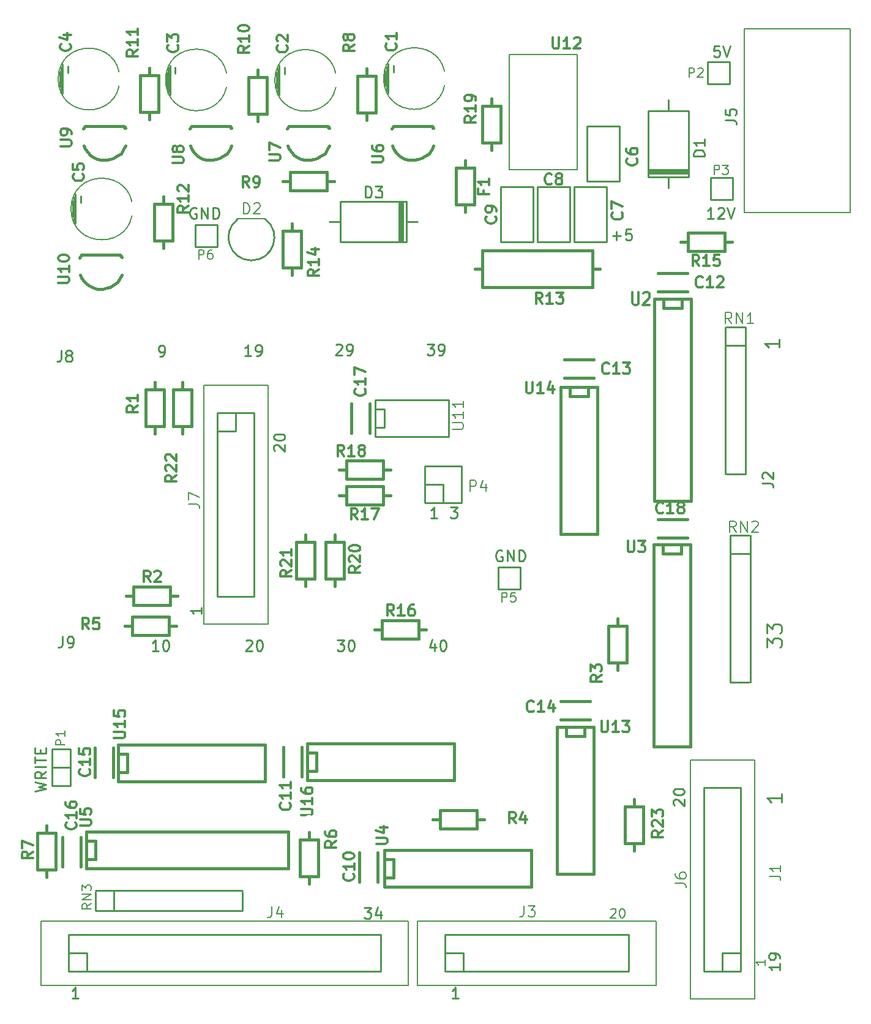
<source format=gto>
%FSLAX34Y34*%
G04 Gerber Fmt 3.4, Leading zero omitted, Abs format*
G04 (created by PCBNEW (2014-02-12 BZR 4693)-product) date Sat 21 Jun 2014 11:45:11 PM EDT*
%MOIN*%
G01*
G70*
G90*
G04 APERTURE LIST*
%ADD10C,0.006000*%
%ADD11C,0.010000*%
%ADD12C,0.008000*%
%ADD13C,0.005906*%
%ADD14C,0.015000*%
%ADD15C,0.009800*%
%ADD16C,0.012000*%
%ADD17R,0.404724X0.064724*%
%ADD18R,0.104724X0.104724*%
%ADD19C,0.114724*%
%ADD20C,0.161724*%
%ADD21C,0.104724*%
%ADD22C,0.070724*%
%ADD23C,0.083424*%
%ADD24R,0.059724X0.059724*%
%ADD25C,0.059724*%
%ADD26R,0.084724X0.084724*%
%ADD27O,0.084724X0.084724*%
%ADD28R,0.072724X0.072724*%
%ADD29O,0.072724X0.072724*%
%ADD30C,0.191724*%
%ADD31R,0.084724X0.059724*%
%ADD32O,0.084724X0.059724*%
%ADD33R,0.059724X0.084724*%
%ADD34O,0.059724X0.084724*%
%ADD35R,0.092724X0.092724*%
%ADD36C,0.069724*%
%ADD37C,0.064724*%
%ADD38C,0.074724*%
%ADD39C,0.134724*%
%ADD40C,0.072724*%
%ADD41O,0.058724X0.069724*%
%ADD42R,0.058724X0.069724*%
%ADD43R,0.074724X0.074724*%
G04 APERTURE END LIST*
G54D10*
G54D11*
X69925Y-34121D02*
X70296Y-34121D01*
X70096Y-34350D01*
X70182Y-34350D01*
X70239Y-34378D01*
X70267Y-34407D01*
X70296Y-34464D01*
X70296Y-34607D01*
X70267Y-34664D01*
X70239Y-34692D01*
X70182Y-34721D01*
X70010Y-34721D01*
X69953Y-34692D01*
X69925Y-34664D01*
X69221Y-34721D02*
X68878Y-34721D01*
X69050Y-34721D02*
X69050Y-34121D01*
X68992Y-34207D01*
X68935Y-34264D01*
X68878Y-34292D01*
X78760Y-19367D02*
X79217Y-19367D01*
X78989Y-19596D02*
X78989Y-19139D01*
X79789Y-18996D02*
X79503Y-18996D01*
X79475Y-19282D01*
X79503Y-19253D01*
X79560Y-19225D01*
X79703Y-19225D01*
X79760Y-19253D01*
X79789Y-19282D01*
X79817Y-19339D01*
X79817Y-19482D01*
X79789Y-19539D01*
X79760Y-19567D01*
X79703Y-19596D01*
X79560Y-19596D01*
X79503Y-19567D01*
X79475Y-19539D01*
G54D12*
X87076Y-58757D02*
X87076Y-59042D01*
X87076Y-58900D02*
X86576Y-58900D01*
X86647Y-58947D01*
X86695Y-58995D01*
X86719Y-59042D01*
G54D11*
X82128Y-50357D02*
X82100Y-50328D01*
X82071Y-50271D01*
X82071Y-50128D01*
X82100Y-50071D01*
X82128Y-50042D01*
X82185Y-50014D01*
X82242Y-50014D01*
X82328Y-50042D01*
X82671Y-50385D01*
X82671Y-50014D01*
X82071Y-49642D02*
X82071Y-49585D01*
X82100Y-49528D01*
X82128Y-49500D01*
X82185Y-49471D01*
X82300Y-49442D01*
X82442Y-49442D01*
X82557Y-49471D01*
X82614Y-49500D01*
X82642Y-49528D01*
X82671Y-49585D01*
X82671Y-49642D01*
X82642Y-49700D01*
X82614Y-49728D01*
X82557Y-49757D01*
X82442Y-49785D01*
X82300Y-49785D01*
X82185Y-49757D01*
X82128Y-49728D01*
X82100Y-49700D01*
X82071Y-49642D01*
X60378Y-31057D02*
X60350Y-31028D01*
X60321Y-30971D01*
X60321Y-30828D01*
X60350Y-30771D01*
X60378Y-30742D01*
X60435Y-30714D01*
X60492Y-30714D01*
X60578Y-30742D01*
X60921Y-31085D01*
X60921Y-30714D01*
X60321Y-30342D02*
X60321Y-30285D01*
X60350Y-30228D01*
X60378Y-30200D01*
X60435Y-30171D01*
X60550Y-30142D01*
X60692Y-30142D01*
X60807Y-30171D01*
X60864Y-30200D01*
X60892Y-30228D01*
X60921Y-30285D01*
X60921Y-30342D01*
X60892Y-30400D01*
X60864Y-30428D01*
X60807Y-30457D01*
X60692Y-30485D01*
X60550Y-30485D01*
X60435Y-30457D01*
X60378Y-30428D01*
X60350Y-30400D01*
X60321Y-30342D01*
X56371Y-39578D02*
X56371Y-39921D01*
X56371Y-39750D02*
X55771Y-39750D01*
X55857Y-39807D01*
X55914Y-39864D01*
X55942Y-39921D01*
G54D12*
X78669Y-56023D02*
X78692Y-56000D01*
X78740Y-55976D01*
X78859Y-55976D01*
X78907Y-56000D01*
X78930Y-56023D01*
X78954Y-56071D01*
X78954Y-56119D01*
X78930Y-56190D01*
X78645Y-56476D01*
X78954Y-56476D01*
X79264Y-55976D02*
X79311Y-55976D01*
X79359Y-56000D01*
X79383Y-56023D01*
X79407Y-56071D01*
X79430Y-56166D01*
X79430Y-56285D01*
X79407Y-56380D01*
X79383Y-56428D01*
X79359Y-56452D01*
X79311Y-56476D01*
X79264Y-56476D01*
X79216Y-56452D01*
X79192Y-56428D01*
X79169Y-56380D01*
X79145Y-56285D01*
X79145Y-56166D01*
X79169Y-56071D01*
X79192Y-56023D01*
X79216Y-56000D01*
X79264Y-55976D01*
G54D11*
X70371Y-60871D02*
X70028Y-60871D01*
X70200Y-60871D02*
X70200Y-60271D01*
X70142Y-60357D01*
X70085Y-60414D01*
X70028Y-60442D01*
X65239Y-55921D02*
X65610Y-55921D01*
X65410Y-56150D01*
X65496Y-56150D01*
X65553Y-56178D01*
X65582Y-56207D01*
X65610Y-56264D01*
X65610Y-56407D01*
X65582Y-56464D01*
X65553Y-56492D01*
X65496Y-56521D01*
X65325Y-56521D01*
X65267Y-56492D01*
X65239Y-56464D01*
X66125Y-56121D02*
X66125Y-56521D01*
X65982Y-55892D02*
X65839Y-56321D01*
X66210Y-56321D01*
X49671Y-60871D02*
X49328Y-60871D01*
X49500Y-60871D02*
X49500Y-60271D01*
X49442Y-60357D01*
X49385Y-60414D01*
X49328Y-60442D01*
X56092Y-17850D02*
X56035Y-17821D01*
X55950Y-17821D01*
X55864Y-17850D01*
X55807Y-17907D01*
X55778Y-17964D01*
X55750Y-18078D01*
X55750Y-18164D01*
X55778Y-18278D01*
X55807Y-18335D01*
X55864Y-18392D01*
X55950Y-18421D01*
X56007Y-18421D01*
X56092Y-18392D01*
X56121Y-18364D01*
X56121Y-18164D01*
X56007Y-18164D01*
X56378Y-18421D02*
X56378Y-17821D01*
X56721Y-18421D01*
X56721Y-17821D01*
X57007Y-18421D02*
X57007Y-17821D01*
X57150Y-17821D01*
X57235Y-17850D01*
X57292Y-17907D01*
X57321Y-17964D01*
X57350Y-18078D01*
X57350Y-18164D01*
X57321Y-18278D01*
X57292Y-18335D01*
X57235Y-18392D01*
X57150Y-18421D01*
X57007Y-18421D01*
X72742Y-36500D02*
X72685Y-36471D01*
X72600Y-36471D01*
X72514Y-36500D01*
X72457Y-36557D01*
X72428Y-36614D01*
X72400Y-36728D01*
X72400Y-36814D01*
X72428Y-36928D01*
X72457Y-36985D01*
X72514Y-37042D01*
X72600Y-37071D01*
X72657Y-37071D01*
X72742Y-37042D01*
X72771Y-37014D01*
X72771Y-36814D01*
X72657Y-36814D01*
X73028Y-37071D02*
X73028Y-36471D01*
X73371Y-37071D01*
X73371Y-36471D01*
X73657Y-37071D02*
X73657Y-36471D01*
X73800Y-36471D01*
X73885Y-36500D01*
X73942Y-36557D01*
X73971Y-36614D01*
X74000Y-36728D01*
X74000Y-36814D01*
X73971Y-36928D01*
X73942Y-36985D01*
X73885Y-37042D01*
X73800Y-37071D01*
X73657Y-37071D01*
X84278Y-18421D02*
X83935Y-18421D01*
X84107Y-18421D02*
X84107Y-17821D01*
X84049Y-17907D01*
X83992Y-17964D01*
X83935Y-17992D01*
X84507Y-17878D02*
X84535Y-17850D01*
X84592Y-17821D01*
X84735Y-17821D01*
X84792Y-17850D01*
X84821Y-17878D01*
X84850Y-17935D01*
X84850Y-17992D01*
X84821Y-18078D01*
X84478Y-18421D01*
X84850Y-18421D01*
X85021Y-17821D02*
X85221Y-18421D01*
X85421Y-17821D01*
X84585Y-9021D02*
X84300Y-9021D01*
X84271Y-9307D01*
X84300Y-9278D01*
X84357Y-9250D01*
X84500Y-9250D01*
X84557Y-9278D01*
X84585Y-9307D01*
X84614Y-9364D01*
X84614Y-9507D01*
X84585Y-9564D01*
X84557Y-9592D01*
X84500Y-9621D01*
X84357Y-9621D01*
X84300Y-9592D01*
X84271Y-9564D01*
X84785Y-9021D02*
X84985Y-9621D01*
X85185Y-9021D01*
X47321Y-49600D02*
X47921Y-49457D01*
X47492Y-49342D01*
X47921Y-49228D01*
X47321Y-49085D01*
X47921Y-48514D02*
X47635Y-48714D01*
X47921Y-48857D02*
X47321Y-48857D01*
X47321Y-48628D01*
X47350Y-48571D01*
X47378Y-48542D01*
X47435Y-48514D01*
X47521Y-48514D01*
X47578Y-48542D01*
X47607Y-48571D01*
X47635Y-48628D01*
X47635Y-48857D01*
X47921Y-48257D02*
X47321Y-48257D01*
X47321Y-48057D02*
X47321Y-47714D01*
X47921Y-47885D02*
X47321Y-47885D01*
X47607Y-47514D02*
X47607Y-47314D01*
X47921Y-47228D02*
X47921Y-47514D01*
X47321Y-47514D01*
X47321Y-47228D01*
G54D13*
X91700Y-8100D02*
X91700Y-18100D01*
X91700Y-18100D02*
X85950Y-18100D01*
X85950Y-18100D02*
X85950Y-8100D01*
X85950Y-8100D02*
X91700Y-8100D01*
G54D12*
X59850Y-18430D02*
X58350Y-18430D01*
G54D11*
X58348Y-18450D02*
G75*
G03X59850Y-18450I751J-999D01*
G74*
G01*
G54D14*
X77687Y-21150D02*
X78087Y-21150D01*
X71687Y-21150D02*
X71287Y-21150D01*
X77687Y-21650D02*
X77687Y-22150D01*
X77687Y-22150D02*
X71687Y-22150D01*
X71687Y-22150D02*
X71687Y-20150D01*
X71687Y-20150D02*
X77687Y-20150D01*
X77687Y-20150D02*
X77687Y-21650D01*
G54D11*
X81800Y-12550D02*
X81800Y-11950D01*
X81800Y-16150D02*
X81800Y-16750D01*
X82900Y-15750D02*
X80700Y-15750D01*
X82900Y-15850D02*
X80700Y-15850D01*
X82900Y-15950D02*
X80700Y-15950D01*
X80700Y-16150D02*
X82900Y-16150D01*
X82900Y-16150D02*
X82900Y-12550D01*
X82900Y-12550D02*
X80700Y-12550D01*
X80700Y-12550D02*
X80700Y-16150D01*
X63950Y-18600D02*
X63350Y-18600D01*
X67550Y-18600D02*
X68150Y-18600D01*
X67150Y-17500D02*
X67150Y-19700D01*
X67250Y-17500D02*
X67250Y-19700D01*
X67350Y-17500D02*
X67350Y-19700D01*
X67550Y-19700D02*
X67550Y-17500D01*
X67550Y-17500D02*
X63950Y-17500D01*
X63950Y-17500D02*
X63950Y-19700D01*
X63950Y-19700D02*
X67550Y-19700D01*
G54D14*
X77950Y-27600D02*
X77950Y-35600D01*
X75950Y-35600D02*
X75950Y-27600D01*
X75950Y-27600D02*
X77950Y-27600D01*
X77450Y-27600D02*
X77450Y-28100D01*
X77450Y-28100D02*
X76450Y-28100D01*
X76450Y-28100D02*
X76450Y-27600D01*
X77950Y-35600D02*
X75950Y-35600D01*
X51850Y-47050D02*
X59850Y-47050D01*
X59850Y-49050D02*
X51850Y-49050D01*
X51850Y-49050D02*
X51850Y-47050D01*
X51850Y-47550D02*
X52350Y-47550D01*
X52350Y-47550D02*
X52350Y-48550D01*
X52350Y-48550D02*
X51850Y-48550D01*
X59850Y-47050D02*
X59850Y-49050D01*
X62150Y-47000D02*
X70150Y-47000D01*
X70150Y-49000D02*
X62150Y-49000D01*
X62150Y-49000D02*
X62150Y-47000D01*
X62150Y-47500D02*
X62650Y-47500D01*
X62650Y-47500D02*
X62650Y-48500D01*
X62650Y-48500D02*
X62150Y-48500D01*
X70150Y-47000D02*
X70150Y-49000D01*
G54D11*
X49250Y-48300D02*
X48250Y-48300D01*
X49250Y-47300D02*
X48250Y-47300D01*
X48250Y-47300D02*
X48250Y-48300D01*
X48250Y-48300D02*
X48250Y-49300D01*
X48250Y-49300D02*
X49250Y-49300D01*
X49250Y-49300D02*
X49250Y-47300D01*
X68550Y-32900D02*
X68550Y-33900D01*
X68550Y-33900D02*
X69550Y-33900D01*
X69550Y-33900D02*
X69550Y-32900D01*
X69550Y-32900D02*
X68550Y-32900D01*
X68550Y-32900D02*
X68550Y-31900D01*
X68550Y-31900D02*
X70550Y-31900D01*
X70550Y-31900D02*
X70550Y-33900D01*
X70550Y-33900D02*
X69550Y-33900D01*
G54D14*
X82550Y-22800D02*
X82550Y-23300D01*
X82550Y-23300D02*
X81550Y-23300D01*
X81550Y-23300D02*
X81550Y-22800D01*
X83050Y-22800D02*
X83050Y-33800D01*
X83050Y-33800D02*
X81050Y-33800D01*
X81050Y-33800D02*
X81050Y-22800D01*
X81050Y-22800D02*
X83050Y-22800D01*
X82500Y-36150D02*
X82500Y-36650D01*
X82500Y-36650D02*
X81500Y-36650D01*
X81500Y-36650D02*
X81500Y-36150D01*
X83000Y-36150D02*
X83000Y-47150D01*
X83000Y-47150D02*
X81000Y-47150D01*
X81000Y-47150D02*
X81000Y-36150D01*
X81000Y-36150D02*
X83000Y-36150D01*
X66329Y-52800D02*
X74329Y-52800D01*
X74329Y-54800D02*
X66329Y-54800D01*
X66329Y-54800D02*
X66329Y-52800D01*
X66329Y-53300D02*
X66829Y-53300D01*
X66829Y-53300D02*
X66829Y-54300D01*
X66829Y-54300D02*
X66329Y-54300D01*
X74329Y-52800D02*
X74329Y-54800D01*
X50100Y-52300D02*
X50600Y-52300D01*
X50600Y-52300D02*
X50600Y-53300D01*
X50600Y-53300D02*
X50100Y-53300D01*
X50100Y-51800D02*
X61100Y-51800D01*
X61100Y-51800D02*
X61100Y-53800D01*
X61100Y-53800D02*
X50100Y-53800D01*
X50100Y-53800D02*
X50100Y-51800D01*
G54D11*
X65850Y-28800D02*
X66350Y-28800D01*
X66350Y-28800D02*
X66350Y-29800D01*
X66350Y-29800D02*
X65850Y-29800D01*
X65850Y-28300D02*
X69850Y-28300D01*
X69850Y-28300D02*
X69850Y-30300D01*
X69850Y-30300D02*
X65850Y-30300D01*
X65850Y-30300D02*
X65850Y-28300D01*
G54D14*
X77750Y-46100D02*
X77750Y-54100D01*
X75750Y-54100D02*
X75750Y-46100D01*
X75750Y-46100D02*
X77750Y-46100D01*
X77250Y-46100D02*
X77250Y-46600D01*
X77250Y-46600D02*
X76250Y-46600D01*
X76250Y-46600D02*
X76250Y-46100D01*
X77750Y-54100D02*
X75750Y-54100D01*
G54D10*
X60000Y-27500D02*
X56500Y-27500D01*
X56500Y-27500D02*
X56500Y-40500D01*
X56500Y-40500D02*
X60000Y-40500D01*
X60000Y-40500D02*
X60000Y-27500D01*
G54D11*
X59250Y-39000D02*
X59250Y-29000D01*
X57250Y-30000D02*
X57250Y-39000D01*
X59250Y-39000D02*
X57250Y-39000D01*
X59250Y-29000D02*
X58250Y-29000D01*
X57250Y-29000D02*
X57250Y-30000D01*
X58250Y-29000D02*
X58250Y-30000D01*
X58250Y-30000D02*
X57250Y-30000D01*
X57250Y-29000D02*
X58250Y-29000D01*
G54D10*
X83000Y-60900D02*
X86500Y-60900D01*
X86500Y-60900D02*
X86500Y-47900D01*
X86500Y-47900D02*
X83000Y-47900D01*
X83000Y-47900D02*
X83000Y-60900D01*
G54D11*
X83750Y-49400D02*
X83750Y-59400D01*
X85750Y-58400D02*
X85750Y-49400D01*
X83750Y-49400D02*
X85750Y-49400D01*
X83750Y-59400D02*
X84750Y-59400D01*
X85750Y-59400D02*
X85750Y-58400D01*
X84750Y-59400D02*
X84750Y-58400D01*
X84750Y-58400D02*
X85750Y-58400D01*
X85750Y-59400D02*
X84750Y-59400D01*
G54D10*
X68150Y-56650D02*
X68150Y-60150D01*
X68150Y-60150D02*
X81150Y-60150D01*
X81150Y-60150D02*
X81150Y-56650D01*
X81150Y-56650D02*
X68150Y-56650D01*
G54D11*
X79650Y-57400D02*
X69650Y-57400D01*
X70650Y-59400D02*
X79650Y-59400D01*
X79650Y-57400D02*
X79650Y-59400D01*
X69650Y-57400D02*
X69650Y-58400D01*
X69650Y-59400D02*
X70650Y-59400D01*
X69650Y-58400D02*
X70650Y-58400D01*
X70650Y-58400D02*
X70650Y-59400D01*
X69650Y-59400D02*
X69650Y-58400D01*
G54D10*
X47650Y-56650D02*
X47650Y-60150D01*
X47650Y-60150D02*
X67650Y-60150D01*
X67650Y-60150D02*
X67650Y-56650D01*
X67650Y-56650D02*
X47650Y-56650D01*
G54D11*
X66150Y-57400D02*
X49150Y-57400D01*
X50150Y-59400D02*
X66150Y-59400D01*
X66150Y-57400D02*
X66150Y-59400D01*
X49150Y-57400D02*
X49150Y-58400D01*
X49150Y-59400D02*
X50150Y-59400D01*
X49150Y-58400D02*
X50150Y-58400D01*
X50150Y-58400D02*
X50150Y-59400D01*
X49150Y-59400D02*
X49150Y-58400D01*
X85160Y-36661D02*
X85160Y-43661D01*
X85210Y-43661D02*
X86210Y-43661D01*
X86260Y-43661D02*
X86260Y-36661D01*
X85160Y-35661D02*
X85160Y-36661D01*
X85210Y-36661D02*
X86210Y-36661D01*
X85210Y-35661D02*
X86210Y-35661D01*
X86260Y-35661D02*
X86260Y-36661D01*
X84920Y-25320D02*
X84920Y-32320D01*
X84970Y-32320D02*
X85970Y-32320D01*
X86020Y-32320D02*
X86020Y-25320D01*
X84920Y-24320D02*
X84920Y-25320D01*
X84970Y-25320D02*
X85970Y-25320D01*
X84970Y-24320D02*
X85970Y-24320D01*
X86020Y-24320D02*
X86020Y-25320D01*
X51600Y-56100D02*
X58600Y-56100D01*
X58600Y-56050D02*
X58600Y-55050D01*
X58600Y-55000D02*
X51600Y-55000D01*
X50600Y-56100D02*
X51600Y-56100D01*
X51600Y-56050D02*
X51600Y-55050D01*
X50600Y-56050D02*
X50600Y-55050D01*
X50600Y-55000D02*
X51600Y-55000D01*
X83950Y-9900D02*
X83950Y-11100D01*
X83950Y-11100D02*
X85150Y-11100D01*
X85150Y-11100D02*
X85150Y-9900D01*
X85150Y-9900D02*
X83950Y-9900D01*
X84100Y-16200D02*
X84100Y-17400D01*
X84100Y-17400D02*
X85300Y-17400D01*
X85300Y-17400D02*
X85300Y-16200D01*
X85300Y-16200D02*
X84100Y-16200D01*
X56050Y-18750D02*
X56050Y-19950D01*
X56050Y-19950D02*
X57250Y-19950D01*
X57250Y-19950D02*
X57250Y-18750D01*
X57250Y-18750D02*
X56050Y-18750D01*
X72550Y-37400D02*
X72550Y-38600D01*
X72550Y-38600D02*
X73750Y-38600D01*
X73750Y-38600D02*
X73750Y-37400D01*
X73750Y-37400D02*
X72550Y-37400D01*
G54D14*
X70750Y-17669D02*
X70750Y-18069D01*
X70750Y-15669D02*
X70750Y-15269D01*
X70250Y-17669D02*
X70250Y-15669D01*
X70250Y-15669D02*
X71250Y-15669D01*
X71250Y-15669D02*
X71250Y-17669D01*
X71250Y-17669D02*
X70250Y-17669D01*
X79950Y-50431D02*
X79950Y-50031D01*
X79950Y-52431D02*
X79950Y-52831D01*
X80450Y-50431D02*
X80450Y-52431D01*
X80450Y-52431D02*
X79450Y-52431D01*
X79450Y-52431D02*
X79450Y-50431D01*
X79450Y-50431D02*
X80450Y-50431D01*
X55350Y-27731D02*
X55350Y-27331D01*
X55350Y-29731D02*
X55350Y-30131D01*
X55850Y-27731D02*
X55850Y-29731D01*
X55850Y-29731D02*
X54850Y-29731D01*
X54850Y-29731D02*
X54850Y-27731D01*
X54850Y-27731D02*
X55850Y-27731D01*
X62050Y-36031D02*
X62050Y-35631D01*
X62050Y-38031D02*
X62050Y-38431D01*
X62550Y-36031D02*
X62550Y-38031D01*
X62550Y-38031D02*
X61550Y-38031D01*
X61550Y-38031D02*
X61550Y-36031D01*
X61550Y-36031D02*
X62550Y-36031D01*
X63650Y-36031D02*
X63650Y-35631D01*
X63650Y-38031D02*
X63650Y-38431D01*
X64150Y-36031D02*
X64150Y-38031D01*
X64150Y-38031D02*
X63150Y-38031D01*
X63150Y-38031D02*
X63150Y-36031D01*
X63150Y-36031D02*
X64150Y-36031D01*
X72174Y-14294D02*
X72174Y-14694D01*
X72174Y-12294D02*
X72174Y-11894D01*
X71674Y-14294D02*
X71674Y-12294D01*
X71674Y-12294D02*
X72674Y-12294D01*
X72674Y-12294D02*
X72674Y-14294D01*
X72674Y-14294D02*
X71674Y-14294D01*
X64281Y-32100D02*
X63881Y-32100D01*
X66281Y-32100D02*
X66681Y-32100D01*
X64281Y-31600D02*
X66281Y-31600D01*
X66281Y-31600D02*
X66281Y-32600D01*
X66281Y-32600D02*
X64281Y-32600D01*
X64281Y-32600D02*
X64281Y-31600D01*
X64281Y-33500D02*
X63881Y-33500D01*
X66281Y-33500D02*
X66681Y-33500D01*
X64281Y-33000D02*
X66281Y-33000D01*
X66281Y-33000D02*
X66281Y-34000D01*
X66281Y-34000D02*
X64281Y-34000D01*
X64281Y-34000D02*
X64281Y-33000D01*
X68219Y-40800D02*
X68619Y-40800D01*
X66219Y-40800D02*
X65819Y-40800D01*
X68219Y-41300D02*
X66219Y-41300D01*
X66219Y-41300D02*
X66219Y-40300D01*
X66219Y-40300D02*
X68219Y-40300D01*
X68219Y-40300D02*
X68219Y-41300D01*
X61300Y-19081D02*
X61300Y-18681D01*
X61300Y-21081D02*
X61300Y-21481D01*
X61800Y-19081D02*
X61800Y-21081D01*
X61800Y-21081D02*
X60800Y-21081D01*
X60800Y-21081D02*
X60800Y-19081D01*
X60800Y-19081D02*
X61800Y-19081D01*
X54300Y-17631D02*
X54300Y-17231D01*
X54300Y-19631D02*
X54300Y-20031D01*
X54800Y-17631D02*
X54800Y-19631D01*
X54800Y-19631D02*
X53800Y-19631D01*
X53800Y-19631D02*
X53800Y-17631D01*
X53800Y-17631D02*
X54800Y-17631D01*
X53550Y-10631D02*
X53550Y-10231D01*
X53550Y-12631D02*
X53550Y-13031D01*
X54050Y-10631D02*
X54050Y-12631D01*
X54050Y-12631D02*
X53050Y-12631D01*
X53050Y-12631D02*
X53050Y-10631D01*
X53050Y-10631D02*
X54050Y-10631D01*
X59450Y-10731D02*
X59450Y-10331D01*
X59450Y-12731D02*
X59450Y-13131D01*
X59950Y-10731D02*
X59950Y-12731D01*
X59950Y-12731D02*
X58950Y-12731D01*
X58950Y-12731D02*
X58950Y-10731D01*
X58950Y-10731D02*
X59950Y-10731D01*
X63219Y-16400D02*
X63619Y-16400D01*
X61219Y-16400D02*
X60819Y-16400D01*
X63219Y-16900D02*
X61219Y-16900D01*
X61219Y-16900D02*
X61219Y-15900D01*
X61219Y-15900D02*
X63219Y-15900D01*
X63219Y-15900D02*
X63219Y-16900D01*
X65375Y-12669D02*
X65375Y-13069D01*
X65375Y-10669D02*
X65375Y-10269D01*
X64875Y-12669D02*
X64875Y-10669D01*
X64875Y-10669D02*
X65875Y-10669D01*
X65875Y-10669D02*
X65875Y-12669D01*
X65875Y-12669D02*
X64875Y-12669D01*
X47950Y-53869D02*
X47950Y-54269D01*
X47950Y-51869D02*
X47950Y-51469D01*
X47450Y-53869D02*
X47450Y-51869D01*
X47450Y-51869D02*
X48450Y-51869D01*
X48450Y-51869D02*
X48450Y-53869D01*
X48450Y-53869D02*
X47450Y-53869D01*
X54619Y-40600D02*
X55019Y-40600D01*
X52619Y-40600D02*
X52219Y-40600D01*
X54619Y-41100D02*
X52619Y-41100D01*
X52619Y-41100D02*
X52619Y-40100D01*
X52619Y-40100D02*
X54619Y-40100D01*
X54619Y-40100D02*
X54619Y-41100D01*
X71359Y-51140D02*
X71759Y-51140D01*
X69359Y-51140D02*
X68959Y-51140D01*
X71359Y-51640D02*
X69359Y-51640D01*
X69359Y-51640D02*
X69359Y-50640D01*
X69359Y-50640D02*
X71359Y-50640D01*
X71359Y-50640D02*
X71359Y-51640D01*
X54669Y-38950D02*
X55069Y-38950D01*
X52669Y-38950D02*
X52269Y-38950D01*
X54669Y-39450D02*
X52669Y-39450D01*
X52669Y-39450D02*
X52669Y-38450D01*
X52669Y-38450D02*
X54669Y-38450D01*
X54669Y-38450D02*
X54669Y-39450D01*
X53850Y-27731D02*
X53850Y-27331D01*
X53850Y-29731D02*
X53850Y-30131D01*
X54350Y-27731D02*
X54350Y-29731D01*
X54350Y-29731D02*
X53350Y-29731D01*
X53350Y-29731D02*
X53350Y-27731D01*
X53350Y-27731D02*
X54350Y-27731D01*
X82881Y-19700D02*
X82481Y-19700D01*
X84881Y-19700D02*
X85281Y-19700D01*
X82881Y-19200D02*
X84881Y-19200D01*
X84881Y-19200D02*
X84881Y-20200D01*
X84881Y-20200D02*
X82881Y-20200D01*
X82881Y-20200D02*
X82881Y-19200D01*
X49850Y-20400D02*
X49750Y-20550D01*
X51950Y-21660D02*
X52030Y-21475D01*
X52000Y-20455D02*
X52030Y-20525D01*
X49855Y-21640D02*
X49785Y-21475D01*
X50900Y-22250D02*
X50700Y-22250D01*
X50700Y-22250D02*
X50500Y-22200D01*
X50500Y-22200D02*
X50300Y-22100D01*
X50300Y-22100D02*
X50150Y-22000D01*
X50150Y-22000D02*
X50000Y-21850D01*
X50000Y-21850D02*
X49850Y-21650D01*
X51950Y-21650D02*
X51800Y-21900D01*
X51800Y-21900D02*
X51550Y-22050D01*
X51550Y-22050D02*
X51400Y-22150D01*
X51400Y-22150D02*
X51200Y-22200D01*
X51200Y-22200D02*
X51000Y-22250D01*
X51000Y-22250D02*
X50900Y-22250D01*
X51950Y-20400D02*
X52000Y-20500D01*
X51950Y-20400D02*
X49850Y-20400D01*
X50050Y-13375D02*
X49950Y-13525D01*
X52150Y-14635D02*
X52230Y-14450D01*
X52200Y-13430D02*
X52230Y-13500D01*
X50055Y-14615D02*
X49985Y-14450D01*
X51100Y-15225D02*
X50900Y-15225D01*
X50900Y-15225D02*
X50700Y-15175D01*
X50700Y-15175D02*
X50500Y-15075D01*
X50500Y-15075D02*
X50350Y-14975D01*
X50350Y-14975D02*
X50200Y-14825D01*
X50200Y-14825D02*
X50050Y-14625D01*
X52150Y-14625D02*
X52000Y-14875D01*
X52000Y-14875D02*
X51750Y-15025D01*
X51750Y-15025D02*
X51600Y-15125D01*
X51600Y-15125D02*
X51400Y-15175D01*
X51400Y-15175D02*
X51200Y-15225D01*
X51200Y-15225D02*
X51100Y-15225D01*
X52150Y-13375D02*
X52200Y-13475D01*
X52150Y-13375D02*
X50050Y-13375D01*
X55825Y-13375D02*
X55725Y-13525D01*
X57925Y-14635D02*
X58005Y-14450D01*
X57975Y-13430D02*
X58005Y-13500D01*
X55830Y-14615D02*
X55760Y-14450D01*
X56875Y-15225D02*
X56675Y-15225D01*
X56675Y-15225D02*
X56475Y-15175D01*
X56475Y-15175D02*
X56275Y-15075D01*
X56275Y-15075D02*
X56125Y-14975D01*
X56125Y-14975D02*
X55975Y-14825D01*
X55975Y-14825D02*
X55825Y-14625D01*
X57925Y-14625D02*
X57775Y-14875D01*
X57775Y-14875D02*
X57525Y-15025D01*
X57525Y-15025D02*
X57375Y-15125D01*
X57375Y-15125D02*
X57175Y-15175D01*
X57175Y-15175D02*
X56975Y-15225D01*
X56975Y-15225D02*
X56875Y-15225D01*
X57925Y-13375D02*
X57975Y-13475D01*
X57925Y-13375D02*
X55825Y-13375D01*
X61150Y-13375D02*
X61050Y-13525D01*
X63250Y-14635D02*
X63330Y-14450D01*
X63300Y-13430D02*
X63330Y-13500D01*
X61155Y-14615D02*
X61085Y-14450D01*
X62200Y-15225D02*
X62000Y-15225D01*
X62000Y-15225D02*
X61800Y-15175D01*
X61800Y-15175D02*
X61600Y-15075D01*
X61600Y-15075D02*
X61450Y-14975D01*
X61450Y-14975D02*
X61300Y-14825D01*
X61300Y-14825D02*
X61150Y-14625D01*
X63250Y-14625D02*
X63100Y-14875D01*
X63100Y-14875D02*
X62850Y-15025D01*
X62850Y-15025D02*
X62700Y-15125D01*
X62700Y-15125D02*
X62500Y-15175D01*
X62500Y-15175D02*
X62300Y-15225D01*
X62300Y-15225D02*
X62200Y-15225D01*
X63250Y-13375D02*
X63300Y-13475D01*
X63250Y-13375D02*
X61150Y-13375D01*
X66825Y-13375D02*
X66725Y-13525D01*
X68925Y-14635D02*
X69005Y-14450D01*
X68975Y-13430D02*
X69005Y-13500D01*
X66830Y-14615D02*
X66760Y-14450D01*
X67875Y-15225D02*
X67675Y-15225D01*
X67675Y-15225D02*
X67475Y-15175D01*
X67475Y-15175D02*
X67275Y-15075D01*
X67275Y-15075D02*
X67125Y-14975D01*
X67125Y-14975D02*
X66975Y-14825D01*
X66975Y-14825D02*
X66825Y-14625D01*
X68925Y-14625D02*
X68775Y-14875D01*
X68775Y-14875D02*
X68525Y-15025D01*
X68525Y-15025D02*
X68375Y-15125D01*
X68375Y-15125D02*
X68175Y-15175D01*
X68175Y-15175D02*
X67975Y-15225D01*
X67975Y-15225D02*
X67875Y-15225D01*
X68925Y-13375D02*
X68975Y-13475D01*
X68925Y-13375D02*
X66825Y-13375D01*
X81250Y-35800D02*
X82850Y-35800D01*
X82850Y-34800D02*
X81250Y-34800D01*
X65550Y-30100D02*
X65550Y-28500D01*
X64550Y-28500D02*
X64550Y-30100D01*
X49800Y-53700D02*
X49800Y-52100D01*
X48800Y-52100D02*
X48800Y-53700D01*
X51574Y-48825D02*
X51574Y-47225D01*
X50574Y-47225D02*
X50574Y-48825D01*
X75950Y-45700D02*
X77550Y-45700D01*
X77550Y-44700D02*
X75950Y-44700D01*
X76150Y-27100D02*
X77750Y-27100D01*
X77750Y-26100D02*
X76150Y-26100D01*
X81250Y-22400D02*
X82850Y-22400D01*
X82850Y-21400D02*
X81250Y-21400D01*
X61850Y-48800D02*
X61850Y-47200D01*
X60850Y-47200D02*
X60850Y-48800D01*
X65970Y-54520D02*
X65970Y-52920D01*
X64970Y-52920D02*
X64970Y-54520D01*
G54D15*
X74430Y-16700D02*
X72670Y-16700D01*
X74430Y-19700D02*
X72670Y-19700D01*
G54D11*
X72670Y-19700D02*
X72670Y-16700D01*
X74430Y-16700D02*
X74430Y-19700D01*
G54D15*
X76430Y-16700D02*
X74670Y-16700D01*
X76430Y-19700D02*
X74670Y-19700D01*
G54D11*
X74670Y-19700D02*
X74670Y-16700D01*
X76430Y-16700D02*
X76430Y-19700D01*
G54D15*
X78430Y-16700D02*
X76670Y-16700D01*
X78430Y-19700D02*
X76670Y-19700D01*
G54D11*
X76670Y-19700D02*
X76670Y-16700D01*
X78430Y-16700D02*
X78430Y-19700D01*
G54D15*
X77370Y-16400D02*
X79130Y-16400D01*
X77370Y-13400D02*
X79130Y-13400D01*
G54D11*
X79130Y-13400D02*
X79130Y-16400D01*
X77370Y-16400D02*
X77370Y-13400D01*
G54D10*
X73150Y-15750D02*
X76850Y-15750D01*
X76850Y-15750D02*
X76850Y-9500D01*
X76850Y-9500D02*
X73150Y-9500D01*
X73150Y-9500D02*
X73150Y-15750D01*
G54D14*
X62250Y-52231D02*
X62250Y-51831D01*
X62250Y-54231D02*
X62250Y-54631D01*
X62750Y-52231D02*
X62750Y-54231D01*
X62750Y-54231D02*
X61750Y-54231D01*
X61750Y-54231D02*
X61750Y-52231D01*
X61750Y-52231D02*
X62750Y-52231D01*
X79050Y-40605D02*
X79050Y-40205D01*
X79050Y-42605D02*
X79050Y-43005D01*
X79550Y-40605D02*
X79550Y-42605D01*
X79550Y-42605D02*
X78550Y-42605D01*
X78550Y-42605D02*
X78550Y-40605D01*
X78550Y-40605D02*
X79550Y-40605D01*
G54D10*
X52626Y-17900D02*
G75*
G03X52626Y-17900I-1676J0D01*
G74*
G01*
G54D11*
X49521Y-17100D02*
X49521Y-18700D01*
X49481Y-18581D02*
X49431Y-18431D01*
X49431Y-18550D02*
X49431Y-17250D01*
X49431Y-17368D02*
X49481Y-17218D01*
X49800Y-17550D02*
X49800Y-17200D01*
X49360Y-17500D02*
X49360Y-18300D01*
X49410Y-18300D02*
X49410Y-17500D01*
X49500Y-18500D02*
X49500Y-17300D01*
G54D10*
X69651Y-10800D02*
G75*
G03X69651Y-10800I-1676J0D01*
G74*
G01*
G54D11*
X66546Y-10000D02*
X66546Y-11600D01*
X66506Y-11481D02*
X66456Y-11331D01*
X66456Y-11450D02*
X66456Y-10150D01*
X66456Y-10268D02*
X66506Y-10118D01*
X66825Y-10450D02*
X66825Y-10100D01*
X66385Y-10400D02*
X66385Y-11200D01*
X66435Y-11200D02*
X66435Y-10400D01*
X66525Y-11400D02*
X66525Y-10200D01*
G54D10*
X63726Y-10900D02*
G75*
G03X63726Y-10900I-1676J0D01*
G74*
G01*
G54D11*
X60621Y-10100D02*
X60621Y-11700D01*
X60581Y-11581D02*
X60531Y-11431D01*
X60531Y-11550D02*
X60531Y-10250D01*
X60531Y-10368D02*
X60581Y-10218D01*
X60900Y-10550D02*
X60900Y-10200D01*
X60460Y-10500D02*
X60460Y-11300D01*
X60510Y-11300D02*
X60510Y-10500D01*
X60600Y-11500D02*
X60600Y-10300D01*
G54D10*
X51926Y-10825D02*
G75*
G03X51926Y-10825I-1676J0D01*
G74*
G01*
G54D11*
X48821Y-10025D02*
X48821Y-11625D01*
X48781Y-11506D02*
X48731Y-11356D01*
X48731Y-11475D02*
X48731Y-10175D01*
X48731Y-10293D02*
X48781Y-10143D01*
X49100Y-10475D02*
X49100Y-10125D01*
X48660Y-10425D02*
X48660Y-11225D01*
X48710Y-11225D02*
X48710Y-10425D01*
X48800Y-11425D02*
X48800Y-10225D01*
G54D10*
X57776Y-10875D02*
G75*
G03X57776Y-10875I-1676J0D01*
G74*
G01*
G54D11*
X54671Y-10075D02*
X54671Y-11675D01*
X54631Y-11556D02*
X54581Y-11406D01*
X54581Y-11525D02*
X54581Y-10225D01*
X54581Y-10343D02*
X54631Y-10193D01*
X54950Y-10525D02*
X54950Y-10175D01*
X54510Y-10475D02*
X54510Y-11275D01*
X54560Y-11275D02*
X54560Y-10475D01*
X54650Y-11475D02*
X54650Y-10275D01*
X86921Y-32830D02*
X87350Y-32830D01*
X87435Y-32858D01*
X87492Y-32915D01*
X87521Y-33001D01*
X87521Y-33058D01*
X86978Y-32572D02*
X86950Y-32544D01*
X86921Y-32487D01*
X86921Y-32344D01*
X86950Y-32287D01*
X86978Y-32258D01*
X87035Y-32230D01*
X87092Y-32230D01*
X87178Y-32258D01*
X87521Y-32601D01*
X87521Y-32230D01*
X87161Y-41747D02*
X87161Y-41252D01*
X87466Y-41519D01*
X87466Y-41404D01*
X87504Y-41328D01*
X87542Y-41290D01*
X87619Y-41252D01*
X87809Y-41252D01*
X87885Y-41290D01*
X87923Y-41328D01*
X87961Y-41404D01*
X87961Y-41633D01*
X87923Y-41709D01*
X87885Y-41747D01*
X87161Y-40985D02*
X87161Y-40490D01*
X87466Y-40757D01*
X87466Y-40642D01*
X87504Y-40566D01*
X87542Y-40528D01*
X87619Y-40490D01*
X87809Y-40490D01*
X87885Y-40528D01*
X87923Y-40566D01*
X87961Y-40642D01*
X87961Y-40871D01*
X87923Y-40947D01*
X87885Y-40985D01*
X87831Y-24981D02*
X87831Y-25438D01*
X87831Y-25210D02*
X87031Y-25210D01*
X87146Y-25286D01*
X87222Y-25362D01*
X87260Y-25438D01*
G54D12*
X87321Y-54209D02*
X87750Y-54209D01*
X87835Y-54238D01*
X87892Y-54295D01*
X87921Y-54381D01*
X87921Y-54438D01*
X87921Y-53609D02*
X87921Y-53952D01*
X87921Y-53781D02*
X87321Y-53781D01*
X87407Y-53838D01*
X87464Y-53895D01*
X87492Y-53952D01*
G54D11*
X87871Y-58974D02*
X87871Y-59316D01*
X87871Y-59145D02*
X87271Y-59145D01*
X87357Y-59202D01*
X87414Y-59259D01*
X87442Y-59316D01*
X87871Y-58688D02*
X87871Y-58574D01*
X87842Y-58516D01*
X87814Y-58488D01*
X87728Y-58431D01*
X87614Y-58402D01*
X87385Y-58402D01*
X87328Y-58431D01*
X87300Y-58459D01*
X87271Y-58516D01*
X87271Y-58631D01*
X87300Y-58688D01*
X87328Y-58716D01*
X87385Y-58745D01*
X87528Y-58745D01*
X87585Y-58716D01*
X87614Y-58688D01*
X87642Y-58631D01*
X87642Y-58516D01*
X87614Y-58459D01*
X87585Y-58431D01*
X87528Y-58402D01*
X87961Y-49731D02*
X87961Y-50188D01*
X87961Y-49959D02*
X87161Y-49959D01*
X87276Y-50036D01*
X87352Y-50112D01*
X87390Y-50188D01*
X84896Y-13050D02*
X85325Y-13050D01*
X85410Y-13078D01*
X85467Y-13135D01*
X85496Y-13221D01*
X85496Y-13278D01*
X84896Y-12478D02*
X84896Y-12764D01*
X85182Y-12792D01*
X85153Y-12764D01*
X85125Y-12707D01*
X85125Y-12564D01*
X85153Y-12507D01*
X85182Y-12478D01*
X85239Y-12450D01*
X85382Y-12450D01*
X85439Y-12478D01*
X85467Y-12507D01*
X85496Y-12564D01*
X85496Y-12707D01*
X85467Y-12764D01*
X85439Y-12792D01*
G54D12*
X58657Y-18171D02*
X58657Y-17571D01*
X58800Y-17571D01*
X58885Y-17600D01*
X58942Y-17657D01*
X58971Y-17714D01*
X59000Y-17828D01*
X59000Y-17914D01*
X58971Y-18028D01*
X58942Y-18085D01*
X58885Y-18142D01*
X58800Y-18171D01*
X58657Y-18171D01*
X59228Y-17628D02*
X59257Y-17600D01*
X59314Y-17571D01*
X59457Y-17571D01*
X59514Y-17600D01*
X59542Y-17628D01*
X59571Y-17685D01*
X59571Y-17742D01*
X59542Y-17828D01*
X59200Y-18171D01*
X59571Y-18171D01*
G54D16*
X74939Y-23046D02*
X74739Y-22760D01*
X74596Y-23046D02*
X74596Y-22446D01*
X74825Y-22446D01*
X74882Y-22475D01*
X74910Y-22503D01*
X74939Y-22560D01*
X74939Y-22646D01*
X74910Y-22703D01*
X74882Y-22732D01*
X74825Y-22760D01*
X74596Y-22760D01*
X75510Y-23046D02*
X75167Y-23046D01*
X75339Y-23046D02*
X75339Y-22446D01*
X75282Y-22532D01*
X75225Y-22589D01*
X75167Y-22617D01*
X75710Y-22446D02*
X76082Y-22446D01*
X75882Y-22675D01*
X75967Y-22675D01*
X76025Y-22703D01*
X76053Y-22732D01*
X76082Y-22789D01*
X76082Y-22932D01*
X76053Y-22989D01*
X76025Y-23017D01*
X75967Y-23046D01*
X75796Y-23046D01*
X75739Y-23017D01*
X75710Y-22989D01*
G54D11*
X83771Y-15017D02*
X83171Y-15017D01*
X83171Y-14875D01*
X83200Y-14789D01*
X83257Y-14732D01*
X83314Y-14703D01*
X83428Y-14675D01*
X83514Y-14675D01*
X83628Y-14703D01*
X83685Y-14732D01*
X83742Y-14789D01*
X83771Y-14875D01*
X83771Y-15017D01*
X83771Y-14103D02*
X83771Y-14446D01*
X83771Y-14275D02*
X83171Y-14275D01*
X83257Y-14332D01*
X83314Y-14389D01*
X83342Y-14446D01*
X65307Y-17271D02*
X65307Y-16671D01*
X65450Y-16671D01*
X65535Y-16700D01*
X65592Y-16757D01*
X65621Y-16814D01*
X65650Y-16928D01*
X65650Y-17014D01*
X65621Y-17128D01*
X65592Y-17185D01*
X65535Y-17242D01*
X65450Y-17271D01*
X65307Y-17271D01*
X65850Y-16671D02*
X66221Y-16671D01*
X66021Y-16900D01*
X66107Y-16900D01*
X66164Y-16928D01*
X66192Y-16957D01*
X66221Y-17014D01*
X66221Y-17157D01*
X66192Y-17214D01*
X66164Y-17242D01*
X66107Y-17271D01*
X65935Y-17271D01*
X65878Y-17242D01*
X65850Y-17214D01*
G54D16*
X74057Y-27321D02*
X74057Y-27807D01*
X74085Y-27864D01*
X74114Y-27892D01*
X74171Y-27921D01*
X74285Y-27921D01*
X74342Y-27892D01*
X74371Y-27864D01*
X74400Y-27807D01*
X74400Y-27321D01*
X75000Y-27921D02*
X74657Y-27921D01*
X74828Y-27921D02*
X74828Y-27321D01*
X74771Y-27407D01*
X74714Y-27464D01*
X74657Y-27492D01*
X75514Y-27521D02*
X75514Y-27921D01*
X75371Y-27292D02*
X75228Y-27721D01*
X75600Y-27721D01*
X51621Y-46692D02*
X52107Y-46692D01*
X52164Y-46664D01*
X52192Y-46635D01*
X52221Y-46578D01*
X52221Y-46464D01*
X52192Y-46407D01*
X52164Y-46378D01*
X52107Y-46350D01*
X51621Y-46350D01*
X52221Y-45750D02*
X52221Y-46092D01*
X52221Y-45921D02*
X51621Y-45921D01*
X51707Y-45978D01*
X51764Y-46035D01*
X51792Y-46092D01*
X51621Y-45207D02*
X51621Y-45492D01*
X51907Y-45521D01*
X51878Y-45492D01*
X51850Y-45435D01*
X51850Y-45292D01*
X51878Y-45235D01*
X51907Y-45207D01*
X51964Y-45178D01*
X52107Y-45178D01*
X52164Y-45207D01*
X52192Y-45235D01*
X52221Y-45292D01*
X52221Y-45435D01*
X52192Y-45492D01*
X52164Y-45521D01*
X61821Y-50892D02*
X62307Y-50892D01*
X62364Y-50864D01*
X62392Y-50835D01*
X62421Y-50778D01*
X62421Y-50664D01*
X62392Y-50607D01*
X62364Y-50578D01*
X62307Y-50550D01*
X61821Y-50550D01*
X62421Y-49950D02*
X62421Y-50292D01*
X62421Y-50121D02*
X61821Y-50121D01*
X61907Y-50178D01*
X61964Y-50235D01*
X61992Y-50292D01*
X61821Y-49435D02*
X61821Y-49550D01*
X61850Y-49607D01*
X61878Y-49635D01*
X61964Y-49692D01*
X62078Y-49721D01*
X62307Y-49721D01*
X62364Y-49692D01*
X62392Y-49664D01*
X62421Y-49607D01*
X62421Y-49492D01*
X62392Y-49435D01*
X62364Y-49407D01*
X62307Y-49378D01*
X62164Y-49378D01*
X62107Y-49407D01*
X62078Y-49435D01*
X62050Y-49492D01*
X62050Y-49607D01*
X62078Y-49664D01*
X62107Y-49692D01*
X62164Y-49721D01*
G54D12*
X48951Y-47069D02*
X48451Y-47069D01*
X48451Y-46878D01*
X48475Y-46830D01*
X48498Y-46807D01*
X48546Y-46783D01*
X48617Y-46783D01*
X48665Y-46807D01*
X48689Y-46830D01*
X48713Y-46878D01*
X48713Y-47069D01*
X48951Y-46307D02*
X48951Y-46592D01*
X48951Y-46450D02*
X48451Y-46450D01*
X48522Y-46497D01*
X48570Y-46545D01*
X48594Y-46592D01*
X71007Y-33271D02*
X71007Y-32671D01*
X71235Y-32671D01*
X71292Y-32700D01*
X71321Y-32728D01*
X71350Y-32785D01*
X71350Y-32871D01*
X71321Y-32928D01*
X71292Y-32957D01*
X71235Y-32985D01*
X71007Y-32985D01*
X71864Y-32871D02*
X71864Y-33271D01*
X71721Y-32642D02*
X71578Y-33071D01*
X71950Y-33071D01*
G54D16*
X79842Y-22416D02*
X79842Y-22983D01*
X79871Y-23050D01*
X79900Y-23083D01*
X79957Y-23116D01*
X80071Y-23116D01*
X80128Y-23083D01*
X80157Y-23050D01*
X80185Y-22983D01*
X80185Y-22416D01*
X80442Y-22483D02*
X80471Y-22450D01*
X80528Y-22416D01*
X80671Y-22416D01*
X80728Y-22450D01*
X80757Y-22483D01*
X80785Y-22550D01*
X80785Y-22616D01*
X80757Y-22716D01*
X80414Y-23116D01*
X80785Y-23116D01*
X79592Y-35971D02*
X79592Y-36457D01*
X79621Y-36514D01*
X79650Y-36542D01*
X79707Y-36571D01*
X79821Y-36571D01*
X79878Y-36542D01*
X79907Y-36514D01*
X79935Y-36457D01*
X79935Y-35971D01*
X80164Y-35971D02*
X80535Y-35971D01*
X80335Y-36200D01*
X80421Y-36200D01*
X80478Y-36228D01*
X80507Y-36257D01*
X80535Y-36314D01*
X80535Y-36457D01*
X80507Y-36514D01*
X80478Y-36542D01*
X80421Y-36571D01*
X80250Y-36571D01*
X80192Y-36542D01*
X80164Y-36514D01*
X65901Y-52457D02*
X66387Y-52457D01*
X66444Y-52428D01*
X66472Y-52400D01*
X66501Y-52342D01*
X66501Y-52228D01*
X66472Y-52171D01*
X66444Y-52142D01*
X66387Y-52114D01*
X65901Y-52114D01*
X66101Y-51571D02*
X66501Y-51571D01*
X65872Y-51714D02*
X66301Y-51857D01*
X66301Y-51485D01*
X49771Y-51457D02*
X50257Y-51457D01*
X50314Y-51428D01*
X50342Y-51400D01*
X50371Y-51342D01*
X50371Y-51228D01*
X50342Y-51171D01*
X50314Y-51142D01*
X50257Y-51114D01*
X49771Y-51114D01*
X49771Y-50542D02*
X49771Y-50828D01*
X50057Y-50857D01*
X50028Y-50828D01*
X50000Y-50771D01*
X50000Y-50628D01*
X50028Y-50571D01*
X50057Y-50542D01*
X50114Y-50514D01*
X50257Y-50514D01*
X50314Y-50542D01*
X50342Y-50571D01*
X50371Y-50628D01*
X50371Y-50771D01*
X50342Y-50828D01*
X50314Y-50857D01*
G54D12*
X70047Y-29878D02*
X70533Y-29878D01*
X70590Y-29849D01*
X70618Y-29821D01*
X70647Y-29764D01*
X70647Y-29649D01*
X70618Y-29592D01*
X70590Y-29564D01*
X70533Y-29535D01*
X70047Y-29535D01*
X70647Y-28935D02*
X70647Y-29278D01*
X70647Y-29107D02*
X70047Y-29107D01*
X70133Y-29164D01*
X70190Y-29221D01*
X70218Y-29278D01*
X70647Y-28364D02*
X70647Y-28707D01*
X70647Y-28535D02*
X70047Y-28535D01*
X70133Y-28592D01*
X70190Y-28649D01*
X70218Y-28707D01*
G54D16*
X78157Y-45771D02*
X78157Y-46257D01*
X78185Y-46314D01*
X78214Y-46342D01*
X78271Y-46371D01*
X78385Y-46371D01*
X78442Y-46342D01*
X78471Y-46314D01*
X78500Y-46257D01*
X78500Y-45771D01*
X79100Y-46371D02*
X78757Y-46371D01*
X78928Y-46371D02*
X78928Y-45771D01*
X78871Y-45857D01*
X78814Y-45914D01*
X78757Y-45942D01*
X79300Y-45771D02*
X79671Y-45771D01*
X79471Y-46000D01*
X79557Y-46000D01*
X79614Y-46028D01*
X79642Y-46057D01*
X79671Y-46114D01*
X79671Y-46257D01*
X79642Y-46314D01*
X79614Y-46342D01*
X79557Y-46371D01*
X79385Y-46371D01*
X79328Y-46342D01*
X79300Y-46314D01*
G54D12*
X55671Y-33950D02*
X56100Y-33950D01*
X56185Y-33978D01*
X56242Y-34035D01*
X56271Y-34121D01*
X56271Y-34178D01*
X55671Y-33721D02*
X55671Y-33321D01*
X56271Y-33578D01*
X82171Y-54600D02*
X82600Y-54600D01*
X82685Y-54628D01*
X82742Y-54685D01*
X82771Y-54771D01*
X82771Y-54828D01*
X82171Y-54057D02*
X82171Y-54171D01*
X82200Y-54228D01*
X82228Y-54257D01*
X82314Y-54314D01*
X82428Y-54342D01*
X82657Y-54342D01*
X82714Y-54314D01*
X82742Y-54285D01*
X82771Y-54228D01*
X82771Y-54114D01*
X82742Y-54057D01*
X82714Y-54028D01*
X82657Y-54000D01*
X82514Y-54000D01*
X82457Y-54028D01*
X82428Y-54057D01*
X82400Y-54114D01*
X82400Y-54228D01*
X82428Y-54285D01*
X82457Y-54314D01*
X82514Y-54342D01*
X73950Y-55821D02*
X73950Y-56250D01*
X73921Y-56335D01*
X73864Y-56392D01*
X73778Y-56421D01*
X73721Y-56421D01*
X74178Y-55821D02*
X74550Y-55821D01*
X74350Y-56050D01*
X74435Y-56050D01*
X74492Y-56078D01*
X74521Y-56107D01*
X74550Y-56164D01*
X74550Y-56307D01*
X74521Y-56364D01*
X74492Y-56392D01*
X74435Y-56421D01*
X74264Y-56421D01*
X74207Y-56392D01*
X74178Y-56364D01*
X60200Y-55871D02*
X60200Y-56300D01*
X60171Y-56385D01*
X60114Y-56442D01*
X60028Y-56471D01*
X59971Y-56471D01*
X60742Y-56071D02*
X60742Y-56471D01*
X60600Y-55842D02*
X60457Y-56271D01*
X60828Y-56271D01*
X85496Y-35482D02*
X85296Y-35197D01*
X85153Y-35482D02*
X85153Y-34882D01*
X85382Y-34882D01*
X85439Y-34911D01*
X85467Y-34939D01*
X85496Y-34997D01*
X85496Y-35082D01*
X85467Y-35139D01*
X85439Y-35168D01*
X85382Y-35197D01*
X85153Y-35197D01*
X85753Y-35482D02*
X85753Y-34882D01*
X86096Y-35482D01*
X86096Y-34882D01*
X86353Y-34939D02*
X86382Y-34911D01*
X86439Y-34882D01*
X86582Y-34882D01*
X86639Y-34911D01*
X86667Y-34939D01*
X86696Y-34997D01*
X86696Y-35054D01*
X86667Y-35139D01*
X86324Y-35482D01*
X86696Y-35482D01*
X85255Y-24141D02*
X85055Y-23855D01*
X84912Y-24141D02*
X84912Y-23541D01*
X85141Y-23541D01*
X85198Y-23570D01*
X85227Y-23598D01*
X85255Y-23655D01*
X85255Y-23741D01*
X85227Y-23798D01*
X85198Y-23827D01*
X85141Y-23855D01*
X84912Y-23855D01*
X85512Y-24141D02*
X85512Y-23541D01*
X85855Y-24141D01*
X85855Y-23541D01*
X86455Y-24141D02*
X86112Y-24141D01*
X86284Y-24141D02*
X86284Y-23541D01*
X86227Y-23627D01*
X86170Y-23684D01*
X86112Y-23712D01*
X50376Y-55695D02*
X50138Y-55861D01*
X50376Y-55980D02*
X49876Y-55980D01*
X49876Y-55790D01*
X49900Y-55742D01*
X49923Y-55719D01*
X49971Y-55695D01*
X50042Y-55695D01*
X50090Y-55719D01*
X50114Y-55742D01*
X50138Y-55790D01*
X50138Y-55980D01*
X50376Y-55480D02*
X49876Y-55480D01*
X50376Y-55195D01*
X49876Y-55195D01*
X49876Y-55004D02*
X49876Y-54695D01*
X50066Y-54861D01*
X50066Y-54790D01*
X50090Y-54742D01*
X50114Y-54719D01*
X50161Y-54695D01*
X50280Y-54695D01*
X50328Y-54719D01*
X50352Y-54742D01*
X50376Y-54790D01*
X50376Y-54933D01*
X50352Y-54980D01*
X50328Y-55004D01*
X82930Y-10726D02*
X82930Y-10226D01*
X83121Y-10226D01*
X83169Y-10250D01*
X83192Y-10273D01*
X83216Y-10321D01*
X83216Y-10392D01*
X83192Y-10440D01*
X83169Y-10464D01*
X83121Y-10488D01*
X82930Y-10488D01*
X83407Y-10273D02*
X83430Y-10250D01*
X83478Y-10226D01*
X83597Y-10226D01*
X83645Y-10250D01*
X83669Y-10273D01*
X83692Y-10321D01*
X83692Y-10369D01*
X83669Y-10440D01*
X83383Y-10726D01*
X83692Y-10726D01*
X84298Y-16010D02*
X84298Y-15510D01*
X84489Y-15510D01*
X84537Y-15534D01*
X84560Y-15557D01*
X84584Y-15605D01*
X84584Y-15676D01*
X84560Y-15724D01*
X84537Y-15748D01*
X84489Y-15772D01*
X84298Y-15772D01*
X84751Y-15510D02*
X85060Y-15510D01*
X84894Y-15700D01*
X84965Y-15700D01*
X85013Y-15724D01*
X85037Y-15748D01*
X85060Y-15795D01*
X85060Y-15914D01*
X85037Y-15962D01*
X85013Y-15986D01*
X84965Y-16010D01*
X84822Y-16010D01*
X84775Y-15986D01*
X84751Y-15962D01*
X56230Y-20626D02*
X56230Y-20126D01*
X56421Y-20126D01*
X56469Y-20150D01*
X56492Y-20173D01*
X56516Y-20221D01*
X56516Y-20292D01*
X56492Y-20340D01*
X56469Y-20364D01*
X56421Y-20388D01*
X56230Y-20388D01*
X56945Y-20126D02*
X56850Y-20126D01*
X56802Y-20150D01*
X56778Y-20173D01*
X56730Y-20245D01*
X56707Y-20340D01*
X56707Y-20530D01*
X56730Y-20578D01*
X56754Y-20602D01*
X56802Y-20626D01*
X56897Y-20626D01*
X56945Y-20602D01*
X56969Y-20578D01*
X56992Y-20530D01*
X56992Y-20411D01*
X56969Y-20364D01*
X56945Y-20340D01*
X56897Y-20316D01*
X56802Y-20316D01*
X56754Y-20340D01*
X56730Y-20364D01*
X56707Y-20411D01*
X72730Y-39276D02*
X72730Y-38776D01*
X72921Y-38776D01*
X72969Y-38800D01*
X72992Y-38823D01*
X73016Y-38871D01*
X73016Y-38942D01*
X72992Y-38990D01*
X72969Y-39014D01*
X72921Y-39038D01*
X72730Y-39038D01*
X73469Y-38776D02*
X73230Y-38776D01*
X73207Y-39014D01*
X73230Y-38990D01*
X73278Y-38966D01*
X73397Y-38966D01*
X73445Y-38990D01*
X73469Y-39014D01*
X73492Y-39061D01*
X73492Y-39180D01*
X73469Y-39228D01*
X73445Y-39252D01*
X73397Y-39276D01*
X73278Y-39276D01*
X73230Y-39252D01*
X73207Y-39228D01*
G54D16*
X71737Y-16890D02*
X71737Y-17090D01*
X72051Y-17090D02*
X71451Y-17090D01*
X71451Y-16804D01*
X72051Y-16261D02*
X72051Y-16604D01*
X72051Y-16432D02*
X71451Y-16432D01*
X71537Y-16490D01*
X71594Y-16547D01*
X71622Y-16604D01*
X81521Y-51735D02*
X81235Y-51935D01*
X81521Y-52078D02*
X80921Y-52078D01*
X80921Y-51850D01*
X80950Y-51792D01*
X80978Y-51764D01*
X81035Y-51735D01*
X81121Y-51735D01*
X81178Y-51764D01*
X81207Y-51792D01*
X81235Y-51850D01*
X81235Y-52078D01*
X80978Y-51507D02*
X80950Y-51478D01*
X80921Y-51421D01*
X80921Y-51278D01*
X80950Y-51221D01*
X80978Y-51192D01*
X81035Y-51164D01*
X81092Y-51164D01*
X81178Y-51192D01*
X81521Y-51535D01*
X81521Y-51164D01*
X80921Y-50964D02*
X80921Y-50592D01*
X81150Y-50792D01*
X81150Y-50707D01*
X81178Y-50650D01*
X81207Y-50621D01*
X81264Y-50592D01*
X81407Y-50592D01*
X81464Y-50621D01*
X81492Y-50650D01*
X81521Y-50707D01*
X81521Y-50878D01*
X81492Y-50935D01*
X81464Y-50964D01*
X55021Y-32385D02*
X54735Y-32585D01*
X55021Y-32728D02*
X54421Y-32728D01*
X54421Y-32500D01*
X54450Y-32442D01*
X54478Y-32414D01*
X54535Y-32385D01*
X54621Y-32385D01*
X54678Y-32414D01*
X54707Y-32442D01*
X54735Y-32500D01*
X54735Y-32728D01*
X54478Y-32157D02*
X54450Y-32128D01*
X54421Y-32071D01*
X54421Y-31928D01*
X54450Y-31871D01*
X54478Y-31842D01*
X54535Y-31814D01*
X54592Y-31814D01*
X54678Y-31842D01*
X55021Y-32185D01*
X55021Y-31814D01*
X54478Y-31585D02*
X54450Y-31557D01*
X54421Y-31500D01*
X54421Y-31357D01*
X54450Y-31300D01*
X54478Y-31271D01*
X54535Y-31242D01*
X54592Y-31242D01*
X54678Y-31271D01*
X55021Y-31614D01*
X55021Y-31242D01*
X61271Y-37560D02*
X60985Y-37760D01*
X61271Y-37903D02*
X60671Y-37903D01*
X60671Y-37675D01*
X60700Y-37617D01*
X60728Y-37589D01*
X60785Y-37560D01*
X60871Y-37560D01*
X60928Y-37589D01*
X60957Y-37617D01*
X60985Y-37675D01*
X60985Y-37903D01*
X60728Y-37332D02*
X60700Y-37303D01*
X60671Y-37246D01*
X60671Y-37103D01*
X60700Y-37046D01*
X60728Y-37017D01*
X60785Y-36989D01*
X60842Y-36989D01*
X60928Y-37017D01*
X61271Y-37360D01*
X61271Y-36989D01*
X61271Y-36417D02*
X61271Y-36760D01*
X61271Y-36589D02*
X60671Y-36589D01*
X60757Y-36646D01*
X60814Y-36703D01*
X60842Y-36760D01*
X65021Y-37335D02*
X64735Y-37535D01*
X65021Y-37678D02*
X64421Y-37678D01*
X64421Y-37450D01*
X64450Y-37392D01*
X64478Y-37364D01*
X64535Y-37335D01*
X64621Y-37335D01*
X64678Y-37364D01*
X64707Y-37392D01*
X64735Y-37450D01*
X64735Y-37678D01*
X64478Y-37107D02*
X64450Y-37078D01*
X64421Y-37021D01*
X64421Y-36878D01*
X64450Y-36821D01*
X64478Y-36792D01*
X64535Y-36764D01*
X64592Y-36764D01*
X64678Y-36792D01*
X65021Y-37135D01*
X65021Y-36764D01*
X64421Y-36392D02*
X64421Y-36335D01*
X64450Y-36278D01*
X64478Y-36250D01*
X64535Y-36221D01*
X64650Y-36192D01*
X64792Y-36192D01*
X64907Y-36221D01*
X64964Y-36250D01*
X64992Y-36278D01*
X65021Y-36335D01*
X65021Y-36392D01*
X64992Y-36450D01*
X64964Y-36478D01*
X64907Y-36507D01*
X64792Y-36535D01*
X64650Y-36535D01*
X64535Y-36507D01*
X64478Y-36478D01*
X64450Y-36450D01*
X64421Y-36392D01*
X71321Y-12835D02*
X71035Y-13035D01*
X71321Y-13178D02*
X70721Y-13178D01*
X70721Y-12950D01*
X70749Y-12892D01*
X70778Y-12864D01*
X70835Y-12835D01*
X70921Y-12835D01*
X70978Y-12864D01*
X71006Y-12892D01*
X71035Y-12950D01*
X71035Y-13178D01*
X71321Y-12264D02*
X71321Y-12607D01*
X71321Y-12435D02*
X70721Y-12435D01*
X70806Y-12492D01*
X70864Y-12550D01*
X70892Y-12607D01*
X71321Y-11978D02*
X71321Y-11864D01*
X71292Y-11807D01*
X71264Y-11778D01*
X71178Y-11721D01*
X71064Y-11692D01*
X70835Y-11692D01*
X70778Y-11721D01*
X70749Y-11750D01*
X70721Y-11807D01*
X70721Y-11921D01*
X70749Y-11978D01*
X70778Y-12007D01*
X70835Y-12035D01*
X70978Y-12035D01*
X71035Y-12007D01*
X71064Y-11978D01*
X71092Y-11921D01*
X71092Y-11807D01*
X71064Y-11750D01*
X71035Y-11721D01*
X70978Y-11692D01*
X64139Y-31346D02*
X63939Y-31060D01*
X63796Y-31346D02*
X63796Y-30746D01*
X64025Y-30746D01*
X64082Y-30775D01*
X64110Y-30803D01*
X64139Y-30860D01*
X64139Y-30946D01*
X64110Y-31003D01*
X64082Y-31032D01*
X64025Y-31060D01*
X63796Y-31060D01*
X64710Y-31346D02*
X64367Y-31346D01*
X64539Y-31346D02*
X64539Y-30746D01*
X64482Y-30832D01*
X64425Y-30889D01*
X64367Y-30917D01*
X65053Y-31003D02*
X64996Y-30975D01*
X64967Y-30946D01*
X64939Y-30889D01*
X64939Y-30860D01*
X64967Y-30803D01*
X64996Y-30775D01*
X65053Y-30746D01*
X65167Y-30746D01*
X65225Y-30775D01*
X65253Y-30803D01*
X65282Y-30860D01*
X65282Y-30889D01*
X65253Y-30946D01*
X65225Y-30975D01*
X65167Y-31003D01*
X65053Y-31003D01*
X64996Y-31032D01*
X64967Y-31060D01*
X64939Y-31117D01*
X64939Y-31232D01*
X64967Y-31289D01*
X64996Y-31317D01*
X65053Y-31346D01*
X65167Y-31346D01*
X65225Y-31317D01*
X65253Y-31289D01*
X65282Y-31232D01*
X65282Y-31117D01*
X65253Y-31060D01*
X65225Y-31032D01*
X65167Y-31003D01*
X64874Y-34801D02*
X64674Y-34515D01*
X64531Y-34801D02*
X64531Y-34201D01*
X64760Y-34201D01*
X64817Y-34230D01*
X64845Y-34258D01*
X64874Y-34315D01*
X64874Y-34401D01*
X64845Y-34458D01*
X64817Y-34487D01*
X64760Y-34515D01*
X64531Y-34515D01*
X65445Y-34801D02*
X65102Y-34801D01*
X65274Y-34801D02*
X65274Y-34201D01*
X65217Y-34287D01*
X65160Y-34344D01*
X65102Y-34372D01*
X65645Y-34201D02*
X66045Y-34201D01*
X65788Y-34801D01*
X66854Y-40041D02*
X66654Y-39755D01*
X66511Y-40041D02*
X66511Y-39441D01*
X66740Y-39441D01*
X66797Y-39470D01*
X66825Y-39498D01*
X66854Y-39555D01*
X66854Y-39641D01*
X66825Y-39698D01*
X66797Y-39727D01*
X66740Y-39755D01*
X66511Y-39755D01*
X67425Y-40041D02*
X67082Y-40041D01*
X67254Y-40041D02*
X67254Y-39441D01*
X67197Y-39527D01*
X67140Y-39584D01*
X67082Y-39612D01*
X67940Y-39441D02*
X67825Y-39441D01*
X67768Y-39470D01*
X67740Y-39498D01*
X67682Y-39584D01*
X67654Y-39698D01*
X67654Y-39927D01*
X67682Y-39984D01*
X67711Y-40012D01*
X67768Y-40041D01*
X67882Y-40041D01*
X67940Y-40012D01*
X67968Y-39984D01*
X67997Y-39927D01*
X67997Y-39784D01*
X67968Y-39727D01*
X67940Y-39698D01*
X67882Y-39670D01*
X67768Y-39670D01*
X67711Y-39698D01*
X67682Y-39727D01*
X67654Y-39784D01*
X62771Y-21185D02*
X62485Y-21385D01*
X62771Y-21528D02*
X62171Y-21528D01*
X62171Y-21300D01*
X62200Y-21242D01*
X62228Y-21214D01*
X62285Y-21185D01*
X62371Y-21185D01*
X62428Y-21214D01*
X62457Y-21242D01*
X62485Y-21300D01*
X62485Y-21528D01*
X62771Y-20614D02*
X62771Y-20957D01*
X62771Y-20785D02*
X62171Y-20785D01*
X62257Y-20842D01*
X62314Y-20900D01*
X62342Y-20957D01*
X62371Y-20100D02*
X62771Y-20100D01*
X62142Y-20242D02*
X62571Y-20385D01*
X62571Y-20014D01*
X55671Y-17735D02*
X55385Y-17935D01*
X55671Y-18078D02*
X55071Y-18078D01*
X55071Y-17850D01*
X55100Y-17792D01*
X55128Y-17764D01*
X55185Y-17735D01*
X55271Y-17735D01*
X55328Y-17764D01*
X55357Y-17792D01*
X55385Y-17850D01*
X55385Y-18078D01*
X55671Y-17164D02*
X55671Y-17507D01*
X55671Y-17335D02*
X55071Y-17335D01*
X55157Y-17392D01*
X55214Y-17450D01*
X55242Y-17507D01*
X55128Y-16935D02*
X55100Y-16907D01*
X55071Y-16850D01*
X55071Y-16707D01*
X55100Y-16650D01*
X55128Y-16621D01*
X55185Y-16592D01*
X55242Y-16592D01*
X55328Y-16621D01*
X55671Y-16964D01*
X55671Y-16592D01*
X52921Y-9235D02*
X52635Y-9435D01*
X52921Y-9578D02*
X52321Y-9578D01*
X52321Y-9350D01*
X52350Y-9292D01*
X52378Y-9264D01*
X52435Y-9235D01*
X52521Y-9235D01*
X52578Y-9264D01*
X52607Y-9292D01*
X52635Y-9350D01*
X52635Y-9578D01*
X52921Y-8664D02*
X52921Y-9007D01*
X52921Y-8835D02*
X52321Y-8835D01*
X52407Y-8892D01*
X52464Y-8950D01*
X52492Y-9007D01*
X52921Y-8092D02*
X52921Y-8435D01*
X52921Y-8264D02*
X52321Y-8264D01*
X52407Y-8321D01*
X52464Y-8378D01*
X52492Y-8435D01*
X58971Y-9035D02*
X58685Y-9235D01*
X58971Y-9378D02*
X58371Y-9378D01*
X58371Y-9150D01*
X58400Y-9092D01*
X58428Y-9064D01*
X58485Y-9035D01*
X58571Y-9035D01*
X58628Y-9064D01*
X58657Y-9092D01*
X58685Y-9150D01*
X58685Y-9378D01*
X58971Y-8464D02*
X58971Y-8807D01*
X58971Y-8635D02*
X58371Y-8635D01*
X58457Y-8692D01*
X58514Y-8750D01*
X58542Y-8807D01*
X58371Y-8092D02*
X58371Y-8035D01*
X58400Y-7978D01*
X58428Y-7950D01*
X58485Y-7921D01*
X58600Y-7892D01*
X58742Y-7892D01*
X58857Y-7921D01*
X58914Y-7950D01*
X58942Y-7978D01*
X58971Y-8035D01*
X58971Y-8092D01*
X58942Y-8150D01*
X58914Y-8178D01*
X58857Y-8207D01*
X58742Y-8235D01*
X58600Y-8235D01*
X58485Y-8207D01*
X58428Y-8178D01*
X58400Y-8150D01*
X58371Y-8092D01*
X58975Y-16721D02*
X58775Y-16435D01*
X58632Y-16721D02*
X58632Y-16121D01*
X58860Y-16121D01*
X58917Y-16150D01*
X58946Y-16178D01*
X58975Y-16235D01*
X58975Y-16321D01*
X58946Y-16378D01*
X58917Y-16407D01*
X58860Y-16435D01*
X58632Y-16435D01*
X59260Y-16721D02*
X59375Y-16721D01*
X59432Y-16692D01*
X59460Y-16664D01*
X59517Y-16578D01*
X59546Y-16464D01*
X59546Y-16235D01*
X59517Y-16178D01*
X59489Y-16150D01*
X59432Y-16121D01*
X59317Y-16121D01*
X59260Y-16150D01*
X59232Y-16178D01*
X59203Y-16235D01*
X59203Y-16378D01*
X59232Y-16435D01*
X59260Y-16464D01*
X59317Y-16492D01*
X59432Y-16492D01*
X59489Y-16464D01*
X59517Y-16435D01*
X59546Y-16378D01*
X64696Y-8950D02*
X64410Y-9150D01*
X64696Y-9292D02*
X64096Y-9292D01*
X64096Y-9064D01*
X64125Y-9007D01*
X64153Y-8978D01*
X64210Y-8950D01*
X64296Y-8950D01*
X64353Y-8978D01*
X64382Y-9007D01*
X64410Y-9064D01*
X64410Y-9292D01*
X64353Y-8607D02*
X64325Y-8664D01*
X64296Y-8692D01*
X64239Y-8721D01*
X64210Y-8721D01*
X64153Y-8692D01*
X64125Y-8664D01*
X64096Y-8607D01*
X64096Y-8492D01*
X64125Y-8435D01*
X64153Y-8407D01*
X64210Y-8378D01*
X64239Y-8378D01*
X64296Y-8407D01*
X64325Y-8435D01*
X64353Y-8492D01*
X64353Y-8607D01*
X64382Y-8664D01*
X64410Y-8692D01*
X64467Y-8721D01*
X64582Y-8721D01*
X64639Y-8692D01*
X64667Y-8664D01*
X64696Y-8607D01*
X64696Y-8492D01*
X64667Y-8435D01*
X64639Y-8407D01*
X64582Y-8378D01*
X64467Y-8378D01*
X64410Y-8407D01*
X64382Y-8435D01*
X64353Y-8492D01*
X47196Y-52875D02*
X46910Y-53075D01*
X47196Y-53217D02*
X46596Y-53217D01*
X46596Y-52989D01*
X46625Y-52932D01*
X46653Y-52903D01*
X46710Y-52875D01*
X46796Y-52875D01*
X46853Y-52903D01*
X46882Y-52932D01*
X46910Y-52989D01*
X46910Y-53217D01*
X46596Y-52675D02*
X46596Y-52275D01*
X47196Y-52532D01*
X50250Y-40771D02*
X50050Y-40485D01*
X49907Y-40771D02*
X49907Y-40171D01*
X50135Y-40171D01*
X50192Y-40200D01*
X50221Y-40228D01*
X50250Y-40285D01*
X50250Y-40371D01*
X50221Y-40428D01*
X50192Y-40457D01*
X50135Y-40485D01*
X49907Y-40485D01*
X50792Y-40171D02*
X50507Y-40171D01*
X50478Y-40457D01*
X50507Y-40428D01*
X50564Y-40400D01*
X50707Y-40400D01*
X50764Y-40428D01*
X50792Y-40457D01*
X50821Y-40514D01*
X50821Y-40657D01*
X50792Y-40714D01*
X50764Y-40742D01*
X50707Y-40771D01*
X50564Y-40771D01*
X50507Y-40742D01*
X50478Y-40714D01*
X73490Y-51336D02*
X73290Y-51050D01*
X73147Y-51336D02*
X73147Y-50736D01*
X73375Y-50736D01*
X73433Y-50765D01*
X73461Y-50793D01*
X73490Y-50850D01*
X73490Y-50936D01*
X73461Y-50993D01*
X73433Y-51022D01*
X73375Y-51050D01*
X73147Y-51050D01*
X74004Y-50936D02*
X74004Y-51336D01*
X73861Y-50708D02*
X73718Y-51136D01*
X74090Y-51136D01*
X53590Y-38191D02*
X53390Y-37905D01*
X53247Y-38191D02*
X53247Y-37591D01*
X53475Y-37591D01*
X53532Y-37620D01*
X53561Y-37648D01*
X53590Y-37705D01*
X53590Y-37791D01*
X53561Y-37848D01*
X53532Y-37877D01*
X53475Y-37905D01*
X53247Y-37905D01*
X53818Y-37648D02*
X53847Y-37620D01*
X53904Y-37591D01*
X54047Y-37591D01*
X54104Y-37620D01*
X54132Y-37648D01*
X54161Y-37705D01*
X54161Y-37762D01*
X54132Y-37848D01*
X53790Y-38191D01*
X54161Y-38191D01*
X52921Y-28600D02*
X52635Y-28800D01*
X52921Y-28942D02*
X52321Y-28942D01*
X52321Y-28714D01*
X52350Y-28657D01*
X52378Y-28628D01*
X52435Y-28600D01*
X52521Y-28600D01*
X52578Y-28628D01*
X52607Y-28657D01*
X52635Y-28714D01*
X52635Y-28942D01*
X52921Y-28028D02*
X52921Y-28371D01*
X52921Y-28200D02*
X52321Y-28200D01*
X52407Y-28257D01*
X52464Y-28314D01*
X52492Y-28371D01*
X83474Y-21001D02*
X83274Y-20715D01*
X83131Y-21001D02*
X83131Y-20401D01*
X83360Y-20401D01*
X83417Y-20430D01*
X83445Y-20458D01*
X83474Y-20515D01*
X83474Y-20601D01*
X83445Y-20658D01*
X83417Y-20687D01*
X83360Y-20715D01*
X83131Y-20715D01*
X84045Y-21001D02*
X83702Y-21001D01*
X83874Y-21001D02*
X83874Y-20401D01*
X83817Y-20487D01*
X83760Y-20544D01*
X83702Y-20572D01*
X84588Y-20401D02*
X84302Y-20401D01*
X84274Y-20687D01*
X84302Y-20658D01*
X84360Y-20630D01*
X84502Y-20630D01*
X84560Y-20658D01*
X84588Y-20687D01*
X84617Y-20744D01*
X84617Y-20887D01*
X84588Y-20944D01*
X84560Y-20972D01*
X84502Y-21001D01*
X84360Y-21001D01*
X84302Y-20972D01*
X84274Y-20944D01*
X48571Y-21917D02*
X49057Y-21917D01*
X49114Y-21889D01*
X49142Y-21860D01*
X49171Y-21803D01*
X49171Y-21689D01*
X49142Y-21632D01*
X49114Y-21603D01*
X49057Y-21575D01*
X48571Y-21575D01*
X49171Y-20975D02*
X49171Y-21317D01*
X49171Y-21146D02*
X48571Y-21146D01*
X48657Y-21203D01*
X48714Y-21260D01*
X48742Y-21317D01*
X48571Y-20603D02*
X48571Y-20546D01*
X48600Y-20489D01*
X48628Y-20460D01*
X48685Y-20432D01*
X48800Y-20403D01*
X48942Y-20403D01*
X49057Y-20432D01*
X49114Y-20460D01*
X49142Y-20489D01*
X49171Y-20546D01*
X49171Y-20603D01*
X49142Y-20660D01*
X49114Y-20689D01*
X49057Y-20717D01*
X48942Y-20746D01*
X48800Y-20746D01*
X48685Y-20717D01*
X48628Y-20689D01*
X48600Y-20660D01*
X48571Y-20603D01*
X48696Y-14482D02*
X49182Y-14482D01*
X49239Y-14453D01*
X49267Y-14425D01*
X49296Y-14367D01*
X49296Y-14253D01*
X49267Y-14196D01*
X49239Y-14167D01*
X49182Y-14139D01*
X48696Y-14139D01*
X49296Y-13825D02*
X49296Y-13710D01*
X49267Y-13653D01*
X49239Y-13625D01*
X49153Y-13567D01*
X49039Y-13539D01*
X48810Y-13539D01*
X48753Y-13567D01*
X48725Y-13596D01*
X48696Y-13653D01*
X48696Y-13767D01*
X48725Y-13825D01*
X48753Y-13853D01*
X48810Y-13882D01*
X48953Y-13882D01*
X49010Y-13853D01*
X49039Y-13825D01*
X49067Y-13767D01*
X49067Y-13653D01*
X49039Y-13596D01*
X49010Y-13567D01*
X48953Y-13539D01*
X54796Y-15407D02*
X55282Y-15407D01*
X55339Y-15378D01*
X55367Y-15350D01*
X55396Y-15292D01*
X55396Y-15178D01*
X55367Y-15121D01*
X55339Y-15092D01*
X55282Y-15064D01*
X54796Y-15064D01*
X55053Y-14692D02*
X55025Y-14750D01*
X54996Y-14778D01*
X54939Y-14807D01*
X54910Y-14807D01*
X54853Y-14778D01*
X54825Y-14750D01*
X54796Y-14692D01*
X54796Y-14578D01*
X54825Y-14521D01*
X54853Y-14492D01*
X54910Y-14464D01*
X54939Y-14464D01*
X54996Y-14492D01*
X55025Y-14521D01*
X55053Y-14578D01*
X55053Y-14692D01*
X55082Y-14750D01*
X55110Y-14778D01*
X55167Y-14807D01*
X55282Y-14807D01*
X55339Y-14778D01*
X55367Y-14750D01*
X55396Y-14692D01*
X55396Y-14578D01*
X55367Y-14521D01*
X55339Y-14492D01*
X55282Y-14464D01*
X55167Y-14464D01*
X55110Y-14492D01*
X55082Y-14521D01*
X55053Y-14578D01*
X60071Y-15257D02*
X60557Y-15257D01*
X60614Y-15228D01*
X60642Y-15200D01*
X60671Y-15142D01*
X60671Y-15028D01*
X60642Y-14971D01*
X60614Y-14942D01*
X60557Y-14914D01*
X60071Y-14914D01*
X60071Y-14685D02*
X60071Y-14285D01*
X60671Y-14542D01*
X65671Y-15357D02*
X66157Y-15357D01*
X66214Y-15328D01*
X66242Y-15300D01*
X66271Y-15242D01*
X66271Y-15128D01*
X66242Y-15071D01*
X66214Y-15042D01*
X66157Y-15014D01*
X65671Y-15014D01*
X65671Y-14471D02*
X65671Y-14585D01*
X65700Y-14642D01*
X65728Y-14671D01*
X65814Y-14728D01*
X65928Y-14757D01*
X66157Y-14757D01*
X66214Y-14728D01*
X66242Y-14700D01*
X66271Y-14642D01*
X66271Y-14528D01*
X66242Y-14471D01*
X66214Y-14442D01*
X66157Y-14414D01*
X66014Y-14414D01*
X65957Y-14442D01*
X65928Y-14471D01*
X65900Y-14528D01*
X65900Y-14642D01*
X65928Y-14700D01*
X65957Y-14728D01*
X66014Y-14757D01*
X81514Y-34414D02*
X81485Y-34442D01*
X81400Y-34471D01*
X81342Y-34471D01*
X81257Y-34442D01*
X81200Y-34385D01*
X81171Y-34328D01*
X81142Y-34214D01*
X81142Y-34128D01*
X81171Y-34014D01*
X81200Y-33957D01*
X81257Y-33900D01*
X81342Y-33871D01*
X81400Y-33871D01*
X81485Y-33900D01*
X81514Y-33928D01*
X82085Y-34471D02*
X81742Y-34471D01*
X81914Y-34471D02*
X81914Y-33871D01*
X81857Y-33957D01*
X81800Y-34014D01*
X81742Y-34042D01*
X82428Y-34128D02*
X82371Y-34100D01*
X82342Y-34071D01*
X82314Y-34014D01*
X82314Y-33985D01*
X82342Y-33928D01*
X82371Y-33900D01*
X82428Y-33871D01*
X82542Y-33871D01*
X82600Y-33900D01*
X82628Y-33928D01*
X82657Y-33985D01*
X82657Y-34014D01*
X82628Y-34071D01*
X82600Y-34100D01*
X82542Y-34128D01*
X82428Y-34128D01*
X82371Y-34157D01*
X82342Y-34185D01*
X82314Y-34242D01*
X82314Y-34357D01*
X82342Y-34414D01*
X82371Y-34442D01*
X82428Y-34471D01*
X82542Y-34471D01*
X82600Y-34442D01*
X82628Y-34414D01*
X82657Y-34357D01*
X82657Y-34242D01*
X82628Y-34185D01*
X82600Y-34157D01*
X82542Y-34128D01*
X65264Y-27685D02*
X65292Y-27714D01*
X65321Y-27800D01*
X65321Y-27857D01*
X65292Y-27942D01*
X65235Y-28000D01*
X65178Y-28028D01*
X65064Y-28057D01*
X64978Y-28057D01*
X64864Y-28028D01*
X64807Y-28000D01*
X64750Y-27942D01*
X64721Y-27857D01*
X64721Y-27800D01*
X64750Y-27714D01*
X64778Y-27685D01*
X65321Y-27114D02*
X65321Y-27457D01*
X65321Y-27285D02*
X64721Y-27285D01*
X64807Y-27342D01*
X64864Y-27400D01*
X64892Y-27457D01*
X64721Y-26914D02*
X64721Y-26514D01*
X65321Y-26771D01*
X49514Y-51285D02*
X49542Y-51314D01*
X49571Y-51400D01*
X49571Y-51457D01*
X49542Y-51542D01*
X49485Y-51600D01*
X49428Y-51628D01*
X49314Y-51657D01*
X49228Y-51657D01*
X49114Y-51628D01*
X49057Y-51600D01*
X49000Y-51542D01*
X48971Y-51457D01*
X48971Y-51400D01*
X49000Y-51314D01*
X49028Y-51285D01*
X49571Y-50714D02*
X49571Y-51057D01*
X49571Y-50885D02*
X48971Y-50885D01*
X49057Y-50942D01*
X49114Y-51000D01*
X49142Y-51057D01*
X48971Y-50200D02*
X48971Y-50314D01*
X49000Y-50371D01*
X49028Y-50400D01*
X49114Y-50457D01*
X49228Y-50485D01*
X49457Y-50485D01*
X49514Y-50457D01*
X49542Y-50428D01*
X49571Y-50371D01*
X49571Y-50257D01*
X49542Y-50200D01*
X49514Y-50171D01*
X49457Y-50142D01*
X49314Y-50142D01*
X49257Y-50171D01*
X49228Y-50200D01*
X49200Y-50257D01*
X49200Y-50371D01*
X49228Y-50428D01*
X49257Y-50457D01*
X49314Y-50485D01*
X50264Y-48385D02*
X50292Y-48414D01*
X50321Y-48500D01*
X50321Y-48557D01*
X50292Y-48643D01*
X50235Y-48700D01*
X50178Y-48728D01*
X50064Y-48757D01*
X49978Y-48757D01*
X49864Y-48728D01*
X49806Y-48700D01*
X49749Y-48643D01*
X49721Y-48557D01*
X49721Y-48500D01*
X49749Y-48414D01*
X49778Y-48385D01*
X50321Y-47814D02*
X50321Y-48157D01*
X50321Y-47985D02*
X49721Y-47985D01*
X49806Y-48043D01*
X49864Y-48100D01*
X49892Y-48157D01*
X49721Y-47271D02*
X49721Y-47557D01*
X50006Y-47585D01*
X49978Y-47557D01*
X49949Y-47500D01*
X49949Y-47357D01*
X49978Y-47300D01*
X50006Y-47271D01*
X50064Y-47243D01*
X50206Y-47243D01*
X50264Y-47271D01*
X50292Y-47300D01*
X50321Y-47357D01*
X50321Y-47500D01*
X50292Y-47557D01*
X50264Y-47585D01*
X74464Y-45214D02*
X74435Y-45242D01*
X74350Y-45271D01*
X74292Y-45271D01*
X74207Y-45242D01*
X74150Y-45185D01*
X74121Y-45128D01*
X74092Y-45014D01*
X74092Y-44928D01*
X74121Y-44814D01*
X74150Y-44757D01*
X74207Y-44700D01*
X74292Y-44671D01*
X74350Y-44671D01*
X74435Y-44700D01*
X74464Y-44728D01*
X75035Y-45271D02*
X74692Y-45271D01*
X74864Y-45271D02*
X74864Y-44671D01*
X74807Y-44757D01*
X74750Y-44814D01*
X74692Y-44842D01*
X75550Y-44871D02*
X75550Y-45271D01*
X75407Y-44642D02*
X75264Y-45071D01*
X75635Y-45071D01*
X78564Y-26814D02*
X78535Y-26842D01*
X78450Y-26871D01*
X78392Y-26871D01*
X78307Y-26842D01*
X78250Y-26785D01*
X78221Y-26728D01*
X78192Y-26614D01*
X78192Y-26528D01*
X78221Y-26414D01*
X78250Y-26357D01*
X78307Y-26300D01*
X78392Y-26271D01*
X78450Y-26271D01*
X78535Y-26300D01*
X78564Y-26328D01*
X79135Y-26871D02*
X78792Y-26871D01*
X78964Y-26871D02*
X78964Y-26271D01*
X78907Y-26357D01*
X78850Y-26414D01*
X78792Y-26442D01*
X79335Y-26271D02*
X79707Y-26271D01*
X79507Y-26500D01*
X79592Y-26500D01*
X79650Y-26528D01*
X79678Y-26557D01*
X79707Y-26614D01*
X79707Y-26757D01*
X79678Y-26814D01*
X79650Y-26842D01*
X79592Y-26871D01*
X79421Y-26871D01*
X79364Y-26842D01*
X79335Y-26814D01*
X83664Y-22114D02*
X83635Y-22142D01*
X83550Y-22171D01*
X83492Y-22171D01*
X83407Y-22142D01*
X83350Y-22085D01*
X83321Y-22028D01*
X83292Y-21914D01*
X83292Y-21828D01*
X83321Y-21714D01*
X83350Y-21657D01*
X83407Y-21600D01*
X83492Y-21571D01*
X83550Y-21571D01*
X83635Y-21600D01*
X83664Y-21628D01*
X84235Y-22171D02*
X83892Y-22171D01*
X84064Y-22171D02*
X84064Y-21571D01*
X84007Y-21657D01*
X83950Y-21714D01*
X83892Y-21742D01*
X84464Y-21628D02*
X84492Y-21600D01*
X84550Y-21571D01*
X84692Y-21571D01*
X84750Y-21600D01*
X84778Y-21628D01*
X84807Y-21685D01*
X84807Y-21742D01*
X84778Y-21828D01*
X84435Y-22171D01*
X84807Y-22171D01*
X61189Y-50235D02*
X61217Y-50264D01*
X61246Y-50350D01*
X61246Y-50407D01*
X61217Y-50492D01*
X61160Y-50550D01*
X61103Y-50578D01*
X60989Y-50607D01*
X60903Y-50607D01*
X60789Y-50578D01*
X60732Y-50550D01*
X60675Y-50492D01*
X60646Y-50407D01*
X60646Y-50350D01*
X60675Y-50264D01*
X60703Y-50235D01*
X61246Y-49664D02*
X61246Y-50007D01*
X61246Y-49835D02*
X60646Y-49835D01*
X60732Y-49892D01*
X60789Y-49950D01*
X60817Y-50007D01*
X61246Y-49092D02*
X61246Y-49435D01*
X61246Y-49264D02*
X60646Y-49264D01*
X60732Y-49321D01*
X60789Y-49378D01*
X60817Y-49435D01*
X64634Y-54080D02*
X64662Y-54109D01*
X64691Y-54195D01*
X64691Y-54252D01*
X64662Y-54337D01*
X64605Y-54395D01*
X64548Y-54423D01*
X64434Y-54452D01*
X64348Y-54452D01*
X64234Y-54423D01*
X64177Y-54395D01*
X64120Y-54337D01*
X64091Y-54252D01*
X64091Y-54195D01*
X64120Y-54109D01*
X64148Y-54080D01*
X64691Y-53509D02*
X64691Y-53852D01*
X64691Y-53680D02*
X64091Y-53680D01*
X64177Y-53737D01*
X64234Y-53795D01*
X64262Y-53852D01*
X64091Y-53137D02*
X64091Y-53080D01*
X64120Y-53023D01*
X64148Y-52995D01*
X64205Y-52966D01*
X64320Y-52937D01*
X64462Y-52937D01*
X64577Y-52966D01*
X64634Y-52995D01*
X64662Y-53023D01*
X64691Y-53080D01*
X64691Y-53137D01*
X64662Y-53195D01*
X64634Y-53223D01*
X64577Y-53252D01*
X64462Y-53280D01*
X64320Y-53280D01*
X64205Y-53252D01*
X64148Y-53223D01*
X64120Y-53195D01*
X64091Y-53137D01*
X72384Y-18310D02*
X72412Y-18338D01*
X72441Y-18424D01*
X72441Y-18481D01*
X72412Y-18567D01*
X72355Y-18624D01*
X72298Y-18652D01*
X72184Y-18681D01*
X72098Y-18681D01*
X71984Y-18652D01*
X71927Y-18624D01*
X71870Y-18567D01*
X71841Y-18481D01*
X71841Y-18424D01*
X71870Y-18338D01*
X71898Y-18310D01*
X72441Y-18024D02*
X72441Y-17910D01*
X72412Y-17852D01*
X72384Y-17824D01*
X72298Y-17767D01*
X72184Y-17738D01*
X71955Y-17738D01*
X71898Y-17767D01*
X71870Y-17795D01*
X71841Y-17852D01*
X71841Y-17967D01*
X71870Y-18024D01*
X71898Y-18052D01*
X71955Y-18081D01*
X72098Y-18081D01*
X72155Y-18052D01*
X72184Y-18024D01*
X72212Y-17967D01*
X72212Y-17852D01*
X72184Y-17795D01*
X72155Y-17767D01*
X72098Y-17738D01*
X75450Y-16514D02*
X75421Y-16542D01*
X75335Y-16571D01*
X75278Y-16571D01*
X75192Y-16542D01*
X75135Y-16485D01*
X75107Y-16428D01*
X75078Y-16314D01*
X75078Y-16228D01*
X75107Y-16114D01*
X75135Y-16057D01*
X75192Y-16000D01*
X75278Y-15971D01*
X75335Y-15971D01*
X75421Y-16000D01*
X75450Y-16028D01*
X75792Y-16228D02*
X75735Y-16200D01*
X75707Y-16171D01*
X75678Y-16114D01*
X75678Y-16085D01*
X75707Y-16028D01*
X75735Y-16000D01*
X75792Y-15971D01*
X75907Y-15971D01*
X75964Y-16000D01*
X75992Y-16028D01*
X76021Y-16085D01*
X76021Y-16114D01*
X75992Y-16171D01*
X75964Y-16200D01*
X75907Y-16228D01*
X75792Y-16228D01*
X75735Y-16257D01*
X75707Y-16285D01*
X75678Y-16342D01*
X75678Y-16457D01*
X75707Y-16514D01*
X75735Y-16542D01*
X75792Y-16571D01*
X75907Y-16571D01*
X75964Y-16542D01*
X75992Y-16514D01*
X76021Y-16457D01*
X76021Y-16342D01*
X75992Y-16285D01*
X75964Y-16257D01*
X75907Y-16228D01*
X79264Y-18100D02*
X79292Y-18128D01*
X79321Y-18214D01*
X79321Y-18271D01*
X79292Y-18357D01*
X79235Y-18414D01*
X79178Y-18442D01*
X79064Y-18471D01*
X78978Y-18471D01*
X78864Y-18442D01*
X78807Y-18414D01*
X78750Y-18357D01*
X78721Y-18271D01*
X78721Y-18214D01*
X78750Y-18128D01*
X78778Y-18100D01*
X78721Y-17900D02*
X78721Y-17500D01*
X79321Y-17757D01*
X80064Y-15150D02*
X80092Y-15178D01*
X80121Y-15264D01*
X80121Y-15321D01*
X80092Y-15407D01*
X80035Y-15464D01*
X79978Y-15492D01*
X79864Y-15521D01*
X79778Y-15521D01*
X79664Y-15492D01*
X79607Y-15464D01*
X79550Y-15407D01*
X79521Y-15321D01*
X79521Y-15264D01*
X79550Y-15178D01*
X79578Y-15150D01*
X79521Y-14635D02*
X79521Y-14750D01*
X79550Y-14807D01*
X79578Y-14835D01*
X79664Y-14892D01*
X79778Y-14921D01*
X80007Y-14921D01*
X80064Y-14892D01*
X80092Y-14864D01*
X80121Y-14807D01*
X80121Y-14692D01*
X80092Y-14635D01*
X80064Y-14607D01*
X80007Y-14578D01*
X79864Y-14578D01*
X79807Y-14607D01*
X79778Y-14635D01*
X79750Y-14692D01*
X79750Y-14807D01*
X79778Y-14864D01*
X79807Y-14892D01*
X79864Y-14921D01*
G54D11*
X69078Y-41546D02*
X69078Y-41946D01*
X68935Y-41317D02*
X68792Y-41746D01*
X69164Y-41746D01*
X69507Y-41346D02*
X69564Y-41346D01*
X69621Y-41375D01*
X69650Y-41403D01*
X69678Y-41460D01*
X69707Y-41575D01*
X69707Y-41717D01*
X69678Y-41832D01*
X69650Y-41889D01*
X69621Y-41917D01*
X69564Y-41946D01*
X69507Y-41946D01*
X69450Y-41917D01*
X69421Y-41889D01*
X69392Y-41832D01*
X69364Y-41717D01*
X69364Y-41575D01*
X69392Y-41460D01*
X69421Y-41403D01*
X69450Y-41375D01*
X69507Y-41346D01*
X63764Y-41346D02*
X64135Y-41346D01*
X63935Y-41575D01*
X64021Y-41575D01*
X64078Y-41603D01*
X64107Y-41632D01*
X64135Y-41689D01*
X64135Y-41832D01*
X64107Y-41889D01*
X64078Y-41917D01*
X64021Y-41946D01*
X63850Y-41946D01*
X63792Y-41917D01*
X63764Y-41889D01*
X64507Y-41346D02*
X64564Y-41346D01*
X64621Y-41375D01*
X64650Y-41403D01*
X64678Y-41460D01*
X64707Y-41575D01*
X64707Y-41717D01*
X64678Y-41832D01*
X64650Y-41889D01*
X64621Y-41917D01*
X64564Y-41946D01*
X64507Y-41946D01*
X64450Y-41917D01*
X64421Y-41889D01*
X64392Y-41832D01*
X64364Y-41717D01*
X64364Y-41575D01*
X64392Y-41460D01*
X64421Y-41403D01*
X64450Y-41375D01*
X64507Y-41346D01*
X58792Y-41403D02*
X58821Y-41375D01*
X58878Y-41346D01*
X59021Y-41346D01*
X59078Y-41375D01*
X59107Y-41403D01*
X59135Y-41460D01*
X59135Y-41517D01*
X59107Y-41603D01*
X58764Y-41946D01*
X59135Y-41946D01*
X59507Y-41346D02*
X59564Y-41346D01*
X59621Y-41375D01*
X59650Y-41403D01*
X59678Y-41460D01*
X59707Y-41575D01*
X59707Y-41717D01*
X59678Y-41832D01*
X59650Y-41889D01*
X59621Y-41917D01*
X59564Y-41946D01*
X59507Y-41946D01*
X59450Y-41917D01*
X59421Y-41889D01*
X59392Y-41832D01*
X59364Y-41717D01*
X59364Y-41575D01*
X59392Y-41460D01*
X59421Y-41403D01*
X59450Y-41375D01*
X59507Y-41346D01*
X54035Y-41946D02*
X53692Y-41946D01*
X53864Y-41946D02*
X53864Y-41346D01*
X53807Y-41432D01*
X53750Y-41489D01*
X53692Y-41517D01*
X54407Y-41346D02*
X54464Y-41346D01*
X54521Y-41375D01*
X54550Y-41403D01*
X54578Y-41460D01*
X54607Y-41575D01*
X54607Y-41717D01*
X54578Y-41832D01*
X54550Y-41889D01*
X54521Y-41917D01*
X54464Y-41946D01*
X54407Y-41946D01*
X54350Y-41917D01*
X54321Y-41889D01*
X54292Y-41832D01*
X54264Y-41717D01*
X54264Y-41575D01*
X54292Y-41460D01*
X54321Y-41403D01*
X54350Y-41375D01*
X54407Y-41346D01*
X68664Y-25246D02*
X69035Y-25246D01*
X68835Y-25475D01*
X68921Y-25475D01*
X68978Y-25503D01*
X69007Y-25532D01*
X69035Y-25589D01*
X69035Y-25732D01*
X69007Y-25789D01*
X68978Y-25817D01*
X68921Y-25846D01*
X68750Y-25846D01*
X68692Y-25817D01*
X68664Y-25789D01*
X69321Y-25846D02*
X69435Y-25846D01*
X69492Y-25817D01*
X69521Y-25789D01*
X69578Y-25703D01*
X69607Y-25589D01*
X69607Y-25360D01*
X69578Y-25303D01*
X69550Y-25275D01*
X69492Y-25246D01*
X69378Y-25246D01*
X69321Y-25275D01*
X69292Y-25303D01*
X69264Y-25360D01*
X69264Y-25503D01*
X69292Y-25560D01*
X69321Y-25589D01*
X69378Y-25617D01*
X69492Y-25617D01*
X69550Y-25589D01*
X69578Y-25560D01*
X69607Y-25503D01*
X63692Y-25303D02*
X63721Y-25275D01*
X63778Y-25246D01*
X63921Y-25246D01*
X63978Y-25275D01*
X64007Y-25303D01*
X64035Y-25360D01*
X64035Y-25417D01*
X64007Y-25503D01*
X63664Y-25846D01*
X64035Y-25846D01*
X64321Y-25846D02*
X64435Y-25846D01*
X64492Y-25817D01*
X64521Y-25789D01*
X64578Y-25703D01*
X64607Y-25589D01*
X64607Y-25360D01*
X64578Y-25303D01*
X64550Y-25275D01*
X64492Y-25246D01*
X64378Y-25246D01*
X64321Y-25275D01*
X64292Y-25303D01*
X64264Y-25360D01*
X64264Y-25503D01*
X64292Y-25560D01*
X64321Y-25589D01*
X64378Y-25617D01*
X64492Y-25617D01*
X64550Y-25589D01*
X64578Y-25560D01*
X64607Y-25503D01*
X59085Y-25896D02*
X58742Y-25896D01*
X58914Y-25896D02*
X58914Y-25296D01*
X58857Y-25382D01*
X58800Y-25439D01*
X58742Y-25467D01*
X59371Y-25896D02*
X59485Y-25896D01*
X59542Y-25867D01*
X59571Y-25839D01*
X59628Y-25753D01*
X59657Y-25639D01*
X59657Y-25410D01*
X59628Y-25353D01*
X59600Y-25325D01*
X59542Y-25296D01*
X59428Y-25296D01*
X59371Y-25325D01*
X59342Y-25353D01*
X59314Y-25410D01*
X59314Y-25553D01*
X59342Y-25610D01*
X59371Y-25639D01*
X59428Y-25667D01*
X59542Y-25667D01*
X59600Y-25639D01*
X59628Y-25610D01*
X59657Y-25553D01*
X54095Y-25926D02*
X54210Y-25926D01*
X54267Y-25897D01*
X54295Y-25869D01*
X54352Y-25783D01*
X54381Y-25669D01*
X54381Y-25440D01*
X54352Y-25383D01*
X54324Y-25355D01*
X54267Y-25326D01*
X54152Y-25326D01*
X54095Y-25355D01*
X54067Y-25383D01*
X54038Y-25440D01*
X54038Y-25583D01*
X54067Y-25640D01*
X54095Y-25669D01*
X54152Y-25697D01*
X54267Y-25697D01*
X54324Y-25669D01*
X54352Y-25640D01*
X54381Y-25583D01*
X48810Y-41166D02*
X48810Y-41595D01*
X48781Y-41680D01*
X48724Y-41737D01*
X48638Y-41766D01*
X48581Y-41766D01*
X49124Y-41766D02*
X49238Y-41766D01*
X49295Y-41737D01*
X49324Y-41709D01*
X49381Y-41623D01*
X49410Y-41509D01*
X49410Y-41280D01*
X49381Y-41223D01*
X49352Y-41195D01*
X49295Y-41166D01*
X49181Y-41166D01*
X49124Y-41195D01*
X49095Y-41223D01*
X49067Y-41280D01*
X49067Y-41423D01*
X49095Y-41480D01*
X49124Y-41509D01*
X49181Y-41537D01*
X49295Y-41537D01*
X49352Y-41509D01*
X49381Y-41480D01*
X49410Y-41423D01*
X48730Y-25606D02*
X48730Y-26035D01*
X48701Y-26120D01*
X48644Y-26177D01*
X48558Y-26206D01*
X48501Y-26206D01*
X49101Y-25863D02*
X49044Y-25835D01*
X49015Y-25806D01*
X48987Y-25749D01*
X48987Y-25720D01*
X49015Y-25663D01*
X49044Y-25635D01*
X49101Y-25606D01*
X49215Y-25606D01*
X49272Y-25635D01*
X49301Y-25663D01*
X49330Y-25720D01*
X49330Y-25749D01*
X49301Y-25806D01*
X49272Y-25835D01*
X49215Y-25863D01*
X49101Y-25863D01*
X49044Y-25892D01*
X49015Y-25920D01*
X48987Y-25977D01*
X48987Y-26092D01*
X49015Y-26149D01*
X49044Y-26177D01*
X49101Y-26206D01*
X49215Y-26206D01*
X49272Y-26177D01*
X49301Y-26149D01*
X49330Y-26092D01*
X49330Y-25977D01*
X49301Y-25920D01*
X49272Y-25892D01*
X49215Y-25863D01*
G54D16*
X75507Y-8571D02*
X75507Y-9057D01*
X75535Y-9114D01*
X75564Y-9142D01*
X75621Y-9171D01*
X75735Y-9171D01*
X75792Y-9142D01*
X75821Y-9114D01*
X75850Y-9057D01*
X75850Y-8571D01*
X76450Y-9171D02*
X76107Y-9171D01*
X76278Y-9171D02*
X76278Y-8571D01*
X76221Y-8657D01*
X76164Y-8714D01*
X76107Y-8742D01*
X76678Y-8628D02*
X76707Y-8600D01*
X76764Y-8571D01*
X76907Y-8571D01*
X76964Y-8600D01*
X76992Y-8628D01*
X77021Y-8685D01*
X77021Y-8742D01*
X76992Y-8828D01*
X76650Y-9171D01*
X77021Y-9171D01*
X63721Y-52300D02*
X63435Y-52500D01*
X63721Y-52642D02*
X63121Y-52642D01*
X63121Y-52414D01*
X63150Y-52357D01*
X63178Y-52328D01*
X63235Y-52300D01*
X63321Y-52300D01*
X63378Y-52328D01*
X63407Y-52357D01*
X63435Y-52414D01*
X63435Y-52642D01*
X63121Y-51785D02*
X63121Y-51900D01*
X63150Y-51957D01*
X63178Y-51985D01*
X63264Y-52042D01*
X63378Y-52071D01*
X63607Y-52071D01*
X63664Y-52042D01*
X63692Y-52014D01*
X63721Y-51957D01*
X63721Y-51842D01*
X63692Y-51785D01*
X63664Y-51757D01*
X63607Y-51728D01*
X63464Y-51728D01*
X63407Y-51757D01*
X63378Y-51785D01*
X63350Y-51842D01*
X63350Y-51957D01*
X63378Y-52014D01*
X63407Y-52042D01*
X63464Y-52071D01*
X78171Y-43274D02*
X77885Y-43474D01*
X78171Y-43617D02*
X77571Y-43617D01*
X77571Y-43389D01*
X77600Y-43331D01*
X77628Y-43303D01*
X77685Y-43274D01*
X77771Y-43274D01*
X77828Y-43303D01*
X77857Y-43331D01*
X77885Y-43389D01*
X77885Y-43617D01*
X77571Y-43074D02*
X77571Y-42703D01*
X77800Y-42903D01*
X77800Y-42817D01*
X77828Y-42760D01*
X77857Y-42731D01*
X77914Y-42703D01*
X78057Y-42703D01*
X78114Y-42731D01*
X78142Y-42760D01*
X78171Y-42817D01*
X78171Y-42989D01*
X78142Y-43046D01*
X78114Y-43074D01*
X49914Y-16000D02*
X49942Y-16028D01*
X49971Y-16114D01*
X49971Y-16171D01*
X49942Y-16257D01*
X49885Y-16314D01*
X49828Y-16342D01*
X49714Y-16371D01*
X49628Y-16371D01*
X49514Y-16342D01*
X49457Y-16314D01*
X49400Y-16257D01*
X49371Y-16171D01*
X49371Y-16114D01*
X49400Y-16028D01*
X49428Y-16000D01*
X49371Y-15457D02*
X49371Y-15742D01*
X49657Y-15771D01*
X49628Y-15742D01*
X49600Y-15685D01*
X49600Y-15542D01*
X49628Y-15485D01*
X49657Y-15457D01*
X49714Y-15428D01*
X49857Y-15428D01*
X49914Y-15457D01*
X49942Y-15485D01*
X49971Y-15542D01*
X49971Y-15685D01*
X49942Y-15742D01*
X49914Y-15771D01*
X66939Y-8900D02*
X66967Y-8928D01*
X66996Y-9014D01*
X66996Y-9071D01*
X66967Y-9157D01*
X66910Y-9214D01*
X66853Y-9242D01*
X66739Y-9271D01*
X66653Y-9271D01*
X66539Y-9242D01*
X66482Y-9214D01*
X66425Y-9157D01*
X66396Y-9071D01*
X66396Y-9014D01*
X66425Y-8928D01*
X66453Y-8900D01*
X66996Y-8328D02*
X66996Y-8671D01*
X66996Y-8500D02*
X66396Y-8500D01*
X66482Y-8557D01*
X66539Y-8614D01*
X66567Y-8671D01*
X61014Y-9000D02*
X61042Y-9028D01*
X61071Y-9114D01*
X61071Y-9171D01*
X61042Y-9257D01*
X60985Y-9314D01*
X60928Y-9342D01*
X60814Y-9371D01*
X60728Y-9371D01*
X60614Y-9342D01*
X60557Y-9314D01*
X60500Y-9257D01*
X60471Y-9171D01*
X60471Y-9114D01*
X60500Y-9028D01*
X60528Y-9000D01*
X60528Y-8771D02*
X60500Y-8742D01*
X60471Y-8685D01*
X60471Y-8542D01*
X60500Y-8485D01*
X60528Y-8457D01*
X60585Y-8428D01*
X60642Y-8428D01*
X60728Y-8457D01*
X61071Y-8800D01*
X61071Y-8428D01*
X49214Y-8925D02*
X49242Y-8953D01*
X49271Y-9039D01*
X49271Y-9096D01*
X49242Y-9182D01*
X49185Y-9239D01*
X49128Y-9267D01*
X49014Y-9296D01*
X48928Y-9296D01*
X48814Y-9267D01*
X48757Y-9239D01*
X48700Y-9182D01*
X48671Y-9096D01*
X48671Y-9039D01*
X48700Y-8953D01*
X48728Y-8925D01*
X48871Y-8410D02*
X49271Y-8410D01*
X48642Y-8553D02*
X49071Y-8696D01*
X49071Y-8325D01*
X55064Y-8975D02*
X55092Y-9003D01*
X55121Y-9089D01*
X55121Y-9146D01*
X55092Y-9232D01*
X55035Y-9289D01*
X54978Y-9317D01*
X54864Y-9346D01*
X54778Y-9346D01*
X54664Y-9317D01*
X54607Y-9289D01*
X54550Y-9232D01*
X54521Y-9146D01*
X54521Y-9089D01*
X54550Y-9003D01*
X54578Y-8975D01*
X54521Y-8775D02*
X54521Y-8403D01*
X54750Y-8603D01*
X54750Y-8517D01*
X54778Y-8460D01*
X54807Y-8432D01*
X54864Y-8403D01*
X55007Y-8403D01*
X55064Y-8432D01*
X55092Y-8460D01*
X55121Y-8517D01*
X55121Y-8689D01*
X55092Y-8746D01*
X55064Y-8775D01*
%LPC*%
G54D17*
X90250Y-25150D03*
X90250Y-26150D03*
X90250Y-27150D03*
X90250Y-28150D03*
X90250Y-29150D03*
X90250Y-30150D03*
X90250Y-31150D03*
X90250Y-32150D03*
X90250Y-33150D03*
X90250Y-34150D03*
X90250Y-35150D03*
X90250Y-36150D03*
X90250Y-37150D03*
X90250Y-38150D03*
X90250Y-39150D03*
X90250Y-40150D03*
X90250Y-41150D03*
X90250Y-49899D03*
X90250Y-50899D03*
X90250Y-51899D03*
X90250Y-52899D03*
X90250Y-53899D03*
X90250Y-54899D03*
X90250Y-55899D03*
X90250Y-56899D03*
X90250Y-57899D03*
X90250Y-58899D03*
G54D18*
X86700Y-16100D03*
G54D19*
X86700Y-14100D03*
X86700Y-12100D03*
X86700Y-10100D03*
G54D20*
X90700Y-11100D03*
X90700Y-15100D03*
G54D21*
X87700Y-9100D03*
X87700Y-17100D03*
G54D22*
X59100Y-20050D03*
X59100Y-19050D03*
G54D23*
X78687Y-21150D03*
X70687Y-21150D03*
G54D21*
X81800Y-11350D03*
G54D18*
X81800Y-17350D03*
G54D21*
X62750Y-18600D03*
G54D18*
X68750Y-18600D03*
G54D24*
X75450Y-28600D03*
G54D25*
X75450Y-29600D03*
X75450Y-30600D03*
X75450Y-31600D03*
X75450Y-32600D03*
X75450Y-33600D03*
X75450Y-34600D03*
X78450Y-34600D03*
X78450Y-33600D03*
X78450Y-32600D03*
X78450Y-31600D03*
X78450Y-30600D03*
X78450Y-29600D03*
X78450Y-28600D03*
G54D24*
X52850Y-49550D03*
G54D25*
X53850Y-49550D03*
X54850Y-49550D03*
X55850Y-49550D03*
X56850Y-49550D03*
X57850Y-49550D03*
X58850Y-49550D03*
X58850Y-46550D03*
X57850Y-46550D03*
X56850Y-46550D03*
X55850Y-46550D03*
X54850Y-46550D03*
X53850Y-46550D03*
X52850Y-46550D03*
G54D24*
X63150Y-49500D03*
G54D25*
X64150Y-49500D03*
X65150Y-49500D03*
X66150Y-49500D03*
X67150Y-49500D03*
X68150Y-49500D03*
X69150Y-49500D03*
X69150Y-46500D03*
X68150Y-46500D03*
X67150Y-46500D03*
X66150Y-46500D03*
X65150Y-46500D03*
X64150Y-46500D03*
X63150Y-46500D03*
G54D26*
X48750Y-47800D03*
G54D27*
X48750Y-48800D03*
G54D28*
X69050Y-33400D03*
G54D29*
X69050Y-32400D03*
X70050Y-33400D03*
X70050Y-32400D03*
G54D24*
X80550Y-23800D03*
G54D25*
X80550Y-24800D03*
X80550Y-25800D03*
X80550Y-26800D03*
X80550Y-27800D03*
X80550Y-28800D03*
X80550Y-29800D03*
X80550Y-30800D03*
X80550Y-31800D03*
X80550Y-32800D03*
X83550Y-32800D03*
X83550Y-31800D03*
X83550Y-30800D03*
X83550Y-29800D03*
X83550Y-28800D03*
X83550Y-27800D03*
X83550Y-26800D03*
X83550Y-25800D03*
X83550Y-24800D03*
X83550Y-23800D03*
G54D24*
X80500Y-37150D03*
G54D25*
X80500Y-38150D03*
X80500Y-39150D03*
X80500Y-40150D03*
X80500Y-41150D03*
X80500Y-42150D03*
X80500Y-43150D03*
X80500Y-44150D03*
X80500Y-45150D03*
X80500Y-46150D03*
X83500Y-46150D03*
X83500Y-45150D03*
X83500Y-44150D03*
X83500Y-43150D03*
X83500Y-42150D03*
X83500Y-41150D03*
X83500Y-40150D03*
X83500Y-39150D03*
X83500Y-38150D03*
X83500Y-37150D03*
G54D24*
X67329Y-55300D03*
G54D25*
X68329Y-55300D03*
X69329Y-55300D03*
X70329Y-55300D03*
X71329Y-55300D03*
X72329Y-55300D03*
X73329Y-55300D03*
X73329Y-52300D03*
X72329Y-52300D03*
X71329Y-52300D03*
X70329Y-52300D03*
X69329Y-52300D03*
X68329Y-52300D03*
X67329Y-52300D03*
G54D24*
X51100Y-54300D03*
G54D25*
X52100Y-54300D03*
X53100Y-54300D03*
X54100Y-54300D03*
X55100Y-54300D03*
X56100Y-54300D03*
X57100Y-54300D03*
X58100Y-54300D03*
X59100Y-54300D03*
X60100Y-54300D03*
X60100Y-51300D03*
X59100Y-51300D03*
X58100Y-51300D03*
X57100Y-51300D03*
X56100Y-51300D03*
X55100Y-51300D03*
X54100Y-51300D03*
X53100Y-51300D03*
X52100Y-51300D03*
X51100Y-51300D03*
G54D24*
X66350Y-30800D03*
G54D25*
X67350Y-30800D03*
X68350Y-30800D03*
X69350Y-30800D03*
X69350Y-27800D03*
X68350Y-27800D03*
X67350Y-27800D03*
X66350Y-27800D03*
G54D24*
X75250Y-47100D03*
G54D25*
X75250Y-48100D03*
X75250Y-49100D03*
X75250Y-50100D03*
X75250Y-51100D03*
X75250Y-52100D03*
X75250Y-53100D03*
X78250Y-53100D03*
X78250Y-52100D03*
X78250Y-51100D03*
X78250Y-50100D03*
X78250Y-49100D03*
X78250Y-48100D03*
X78250Y-47100D03*
G54D28*
X57750Y-29500D03*
G54D29*
X58750Y-29500D03*
X57750Y-30500D03*
X58750Y-30500D03*
X57750Y-31500D03*
X58750Y-31500D03*
X57750Y-32500D03*
X58750Y-32500D03*
X57750Y-33500D03*
X58750Y-33500D03*
X57750Y-34500D03*
X58750Y-34500D03*
X57750Y-35500D03*
X58750Y-35500D03*
X57750Y-36500D03*
X58750Y-36500D03*
X57750Y-37500D03*
X58750Y-37500D03*
X57750Y-38500D03*
X58750Y-38500D03*
G54D28*
X85250Y-58900D03*
G54D29*
X84250Y-58900D03*
X85250Y-57900D03*
X84250Y-57900D03*
X85250Y-56900D03*
X84250Y-56900D03*
X85250Y-55900D03*
X84250Y-55900D03*
X85250Y-54900D03*
X84250Y-54900D03*
X85250Y-53900D03*
X84250Y-53900D03*
X85250Y-52900D03*
X84250Y-52900D03*
X85250Y-51900D03*
X84250Y-51900D03*
X85250Y-50900D03*
X84250Y-50900D03*
X85250Y-49900D03*
X84250Y-49900D03*
G54D28*
X70150Y-58900D03*
G54D29*
X70150Y-57900D03*
X71150Y-58900D03*
X71150Y-57900D03*
X72150Y-58900D03*
X72150Y-57900D03*
X73150Y-58900D03*
X73150Y-57900D03*
X74150Y-58900D03*
X74150Y-57900D03*
X75150Y-58900D03*
X75150Y-57900D03*
X76150Y-58900D03*
X76150Y-57900D03*
X77150Y-58900D03*
X77150Y-57900D03*
X78150Y-58900D03*
X78150Y-57900D03*
X79150Y-58900D03*
X79150Y-57900D03*
G54D30*
X48100Y-62150D03*
X79300Y-62150D03*
X79300Y-7150D03*
X48100Y-7150D03*
G54D28*
X49650Y-58900D03*
G54D29*
X49650Y-57900D03*
X50650Y-58900D03*
X50650Y-57900D03*
X51650Y-58900D03*
X51650Y-57900D03*
X52650Y-58900D03*
X52650Y-57900D03*
X53650Y-58900D03*
X53650Y-57900D03*
X54650Y-58900D03*
X54650Y-57900D03*
X55650Y-58900D03*
X55650Y-57900D03*
X56650Y-58900D03*
X56650Y-57900D03*
X57650Y-58900D03*
X57650Y-57900D03*
X58650Y-58900D03*
X58650Y-57900D03*
X59650Y-58900D03*
X59650Y-57900D03*
X60650Y-58900D03*
X60650Y-57900D03*
X61650Y-58900D03*
X61650Y-57900D03*
X62650Y-58900D03*
X62650Y-57900D03*
X63650Y-58900D03*
X63650Y-57900D03*
X64650Y-58900D03*
X64650Y-57900D03*
X65650Y-58900D03*
X65650Y-57900D03*
G54D31*
X85710Y-36161D03*
G54D32*
X85710Y-37161D03*
X85710Y-38161D03*
X85710Y-39161D03*
X85710Y-40161D03*
X85710Y-41161D03*
X85710Y-42161D03*
X85710Y-43161D03*
G54D31*
X85470Y-24820D03*
G54D32*
X85470Y-25820D03*
X85470Y-26820D03*
X85470Y-27820D03*
X85470Y-28820D03*
X85470Y-29820D03*
X85470Y-30820D03*
X85470Y-31820D03*
G54D33*
X51100Y-55550D03*
G54D34*
X52100Y-55550D03*
X53100Y-55550D03*
X54100Y-55550D03*
X55100Y-55550D03*
X56100Y-55550D03*
X57100Y-55550D03*
X58100Y-55550D03*
G54D35*
X84550Y-10500D03*
X84700Y-16800D03*
X56650Y-19350D03*
X73150Y-38000D03*
G54D36*
X70750Y-18669D03*
X70750Y-14669D03*
X79950Y-49431D03*
X79950Y-53431D03*
X55350Y-26731D03*
X55350Y-30731D03*
X62050Y-35031D03*
X62050Y-39031D03*
X63650Y-35031D03*
X63650Y-39031D03*
X72174Y-15294D03*
X72174Y-11294D03*
X63281Y-32100D03*
X67281Y-32100D03*
X63281Y-33500D03*
X67281Y-33500D03*
X69219Y-40800D03*
X65219Y-40800D03*
X61300Y-18081D03*
X61300Y-22081D03*
X54300Y-16631D03*
X54300Y-20631D03*
X53550Y-9631D03*
X53550Y-13631D03*
X59450Y-9731D03*
X59450Y-13731D03*
X64219Y-16400D03*
X60219Y-16400D03*
X65375Y-13669D03*
X65375Y-9669D03*
X47950Y-54869D03*
X47950Y-50869D03*
X55619Y-40600D03*
X51619Y-40600D03*
X72359Y-51140D03*
X68359Y-51140D03*
X55669Y-38950D03*
X51669Y-38950D03*
X53850Y-26731D03*
X53850Y-30731D03*
X81881Y-19700D03*
X85881Y-19700D03*
G54D37*
X50900Y-21000D03*
X49900Y-21000D03*
X51900Y-21000D03*
X51100Y-13975D03*
X50100Y-13975D03*
X52100Y-13975D03*
X56875Y-13975D03*
X55875Y-13975D03*
X57875Y-13975D03*
X62200Y-13975D03*
X61200Y-13975D03*
X63200Y-13975D03*
X67875Y-13975D03*
X66875Y-13975D03*
X68875Y-13975D03*
X82550Y-35300D03*
X81550Y-35300D03*
X65050Y-28800D03*
X65050Y-29800D03*
X49300Y-52400D03*
X49300Y-53400D03*
X51074Y-47525D03*
X51074Y-48525D03*
X77250Y-45200D03*
X76250Y-45200D03*
X77450Y-26600D03*
X76450Y-26600D03*
X82550Y-21900D03*
X81550Y-21900D03*
X61350Y-47500D03*
X61350Y-48500D03*
X65470Y-53220D03*
X65470Y-54220D03*
G54D38*
X73550Y-19200D03*
X73550Y-17200D03*
X75550Y-19200D03*
X75550Y-17200D03*
X77550Y-19200D03*
X77550Y-17200D03*
X78250Y-13900D03*
X78250Y-15900D03*
G54D39*
X74200Y-41925D03*
X48200Y-43175D03*
X48200Y-24175D03*
X74200Y-25425D03*
G54D28*
X50200Y-43675D03*
G54D40*
X50200Y-42675D03*
X51200Y-43675D03*
X51200Y-42675D03*
X52200Y-43675D03*
X52200Y-42675D03*
X53200Y-43675D03*
X53200Y-42675D03*
X54200Y-43675D03*
X54200Y-42675D03*
X55200Y-43675D03*
X55200Y-42675D03*
X56200Y-43675D03*
X56200Y-42675D03*
X57200Y-43675D03*
X57200Y-42675D03*
X58200Y-43675D03*
X58200Y-42675D03*
X59200Y-43675D03*
X59200Y-42675D03*
X60200Y-43675D03*
X60200Y-42675D03*
X61200Y-43675D03*
X61200Y-42675D03*
X62200Y-43675D03*
X62200Y-42675D03*
X63200Y-43675D03*
X63200Y-42675D03*
X64200Y-43675D03*
X64200Y-42675D03*
X65200Y-43675D03*
X65200Y-42675D03*
X66200Y-43675D03*
X66200Y-42675D03*
X67200Y-43675D03*
X67200Y-42675D03*
X68200Y-43675D03*
X68200Y-42675D03*
X69200Y-43675D03*
X69200Y-42675D03*
X70200Y-43675D03*
X70200Y-42675D03*
X71200Y-43675D03*
X71200Y-42675D03*
X72200Y-43675D03*
X72200Y-42675D03*
G54D28*
X50200Y-24675D03*
G54D40*
X50200Y-23675D03*
X51200Y-24675D03*
X51200Y-23675D03*
X52200Y-24675D03*
X52200Y-23675D03*
X53200Y-24675D03*
X53200Y-23675D03*
X54200Y-24675D03*
X54200Y-23675D03*
X55200Y-24675D03*
X55200Y-23675D03*
X56200Y-24675D03*
X56200Y-23675D03*
X57200Y-24675D03*
X57200Y-23675D03*
X58200Y-24675D03*
X58200Y-23675D03*
X59200Y-24675D03*
X59200Y-23675D03*
X60200Y-24675D03*
X60200Y-23675D03*
X61200Y-24675D03*
X61200Y-23675D03*
X62200Y-24675D03*
X62200Y-23675D03*
X63200Y-24675D03*
X63200Y-23675D03*
X64200Y-24675D03*
X64200Y-23675D03*
X65200Y-24675D03*
X65200Y-23675D03*
X66200Y-24675D03*
X66200Y-23675D03*
X67200Y-24675D03*
X67200Y-23675D03*
X68200Y-24675D03*
X68200Y-23675D03*
X69200Y-24675D03*
X69200Y-23675D03*
X70200Y-24675D03*
X70200Y-23675D03*
X71200Y-24675D03*
X71200Y-23675D03*
X72200Y-24675D03*
X72200Y-23675D03*
G54D41*
X73660Y-15320D03*
X74330Y-15320D03*
X75000Y-15320D03*
X75670Y-15320D03*
G54D42*
X76340Y-15320D03*
G54D36*
X74970Y-9920D03*
X62250Y-51231D03*
X62250Y-55231D03*
X79050Y-39605D03*
X79050Y-43605D03*
G54D43*
X51730Y-17900D03*
G54D38*
X50350Y-17900D03*
G54D43*
X52318Y-17900D03*
X68755Y-10800D03*
G54D38*
X67375Y-10800D03*
G54D43*
X69343Y-10800D03*
X62830Y-10900D03*
G54D38*
X61450Y-10900D03*
G54D43*
X63418Y-10900D03*
X51030Y-10825D03*
G54D38*
X49650Y-10825D03*
G54D43*
X51618Y-10825D03*
X56880Y-10875D03*
G54D38*
X55500Y-10875D03*
G54D43*
X57468Y-10875D03*
M02*

</source>
